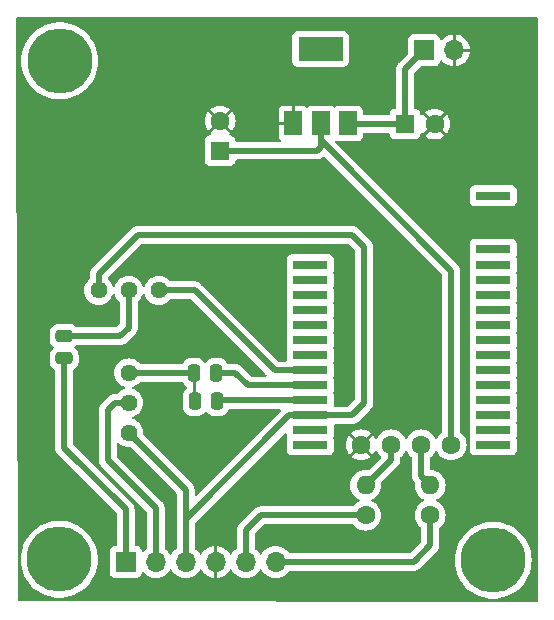
<source format=gbr>
%TF.GenerationSoftware,KiCad,Pcbnew,7.0.7*%
%TF.CreationDate,2024-03-21T17:46:42+00:00*%
%TF.ProjectId,BT401_Digimodes,42543430-315f-4446-9967-696d6f646573,rev?*%
%TF.SameCoordinates,Original*%
%TF.FileFunction,Copper,L1,Top*%
%TF.FilePolarity,Positive*%
%FSLAX46Y46*%
G04 Gerber Fmt 4.6, Leading zero omitted, Abs format (unit mm)*
G04 Created by KiCad (PCBNEW 7.0.7) date 2024-03-21 17:46:42*
%MOMM*%
%LPD*%
G01*
G04 APERTURE LIST*
G04 Aperture macros list*
%AMRoundRect*
0 Rectangle with rounded corners*
0 $1 Rounding radius*
0 $2 $3 $4 $5 $6 $7 $8 $9 X,Y pos of 4 corners*
0 Add a 4 corners polygon primitive as box body*
4,1,4,$2,$3,$4,$5,$6,$7,$8,$9,$2,$3,0*
0 Add four circle primitives for the rounded corners*
1,1,$1+$1,$2,$3*
1,1,$1+$1,$4,$5*
1,1,$1+$1,$6,$7*
1,1,$1+$1,$8,$9*
0 Add four rect primitives between the rounded corners*
20,1,$1+$1,$2,$3,$4,$5,0*
20,1,$1+$1,$4,$5,$6,$7,0*
20,1,$1+$1,$6,$7,$8,$9,0*
20,1,$1+$1,$8,$9,$2,$3,0*%
G04 Aperture macros list end*
%TA.AperFunction,ComponentPad*%
%ADD10C,5.500000*%
%TD*%
%TA.AperFunction,SMDPad,CuDef*%
%ADD11RoundRect,0.250000X0.250000X0.475000X-0.250000X0.475000X-0.250000X-0.475000X0.250000X-0.475000X0*%
%TD*%
%TA.AperFunction,ComponentPad*%
%ADD12R,1.600000X1.600000*%
%TD*%
%TA.AperFunction,ComponentPad*%
%ADD13C,1.600000*%
%TD*%
%TA.AperFunction,ComponentPad*%
%ADD14R,1.700000X1.700000*%
%TD*%
%TA.AperFunction,ComponentPad*%
%ADD15O,1.700000X1.700000*%
%TD*%
%TA.AperFunction,SMDPad,CuDef*%
%ADD16RoundRect,0.250000X0.475000X-0.250000X0.475000X0.250000X-0.475000X0.250000X-0.475000X-0.250000X0*%
%TD*%
%TA.AperFunction,ComponentPad*%
%ADD17C,1.440000*%
%TD*%
%TA.AperFunction,SMDPad,CuDef*%
%ADD18R,1.500000X2.000000*%
%TD*%
%TA.AperFunction,SMDPad,CuDef*%
%ADD19R,3.800000X2.000000*%
%TD*%
%TA.AperFunction,ComponentPad*%
%ADD20O,1.600000X1.600000*%
%TD*%
%TA.AperFunction,SMDPad,CuDef*%
%ADD21R,3.000000X0.800000*%
%TD*%
%TA.AperFunction,ViaPad*%
%ADD22C,0.800000*%
%TD*%
%TA.AperFunction,Conductor*%
%ADD23C,0.500000*%
%TD*%
%TA.AperFunction,Conductor*%
%ADD24C,0.250000*%
%TD*%
G04 APERTURE END LIST*
D10*
%TO.P,,3*%
%TO.N,N/C*%
X130657600Y-97840800D03*
%TD*%
D11*
%TO.P,C2,1*%
%TO.N,Net-(BT1-DACR)*%
X143952000Y-82042000D03*
%TO.P,C2,2*%
%TO.N,Net-(C2-Pad2)*%
X142052000Y-82042000D03*
%TD*%
D12*
%TO.P,C5,1*%
%TO.N,+5V*%
X144272000Y-63231000D03*
D13*
%TO.P,C5,2*%
%TO.N,GND*%
X144272000Y-60731000D03*
%TD*%
D10*
%TO.P,REF\u002A\u002A,2*%
%TO.N,N/C*%
X167386000Y-97917000D03*
%TD*%
D14*
%TO.P,J1,1,Pin_1*%
%TO.N,TRX Data Out*%
X136271000Y-98044000D03*
D15*
%TO.P,J1,2,Pin_2*%
%TO.N,TRX Data In*%
X138811000Y-98044000D03*
%TO.P,J1,3,Pin_3*%
%TO.N,TRX Data Gnd*%
X141351000Y-98044000D03*
%TO.P,J1,4,Pin_4*%
%TO.N,GND*%
X143891000Y-98044000D03*
%TO.P,J1,5,Pin_5*%
%TO.N,TRX CAT RX*%
X146431000Y-98044000D03*
%TO.P,J1,6,Pin_6*%
%TO.N,TRX CAT TX*%
X148971000Y-98044000D03*
%TD*%
D11*
%TO.P,C3,1*%
%TO.N,Net-(BT1-DACL)*%
X144018000Y-84455000D03*
%TO.P,C3,2*%
%TO.N,Net-(C2-Pad2)*%
X142118000Y-84455000D03*
%TD*%
D16*
%TO.P,C1,1*%
%TO.N,TRX Data Out*%
X131064000Y-80833000D03*
%TO.P,C1,2*%
%TO.N,Net-(C1-Pad2)*%
X131064000Y-78933000D03*
%TD*%
D17*
%TO.P,RV1,1,1*%
%TO.N,Net-(BT1-PA0)*%
X139065000Y-75057000D03*
%TO.P,RV1,2,2*%
%TO.N,Net-(C1-Pad2)*%
X136525000Y-75057000D03*
%TO.P,RV1,3,3*%
%TO.N,TRX Data Gnd*%
X133985000Y-75057000D03*
%TD*%
D18*
%TO.P,U1,1,GND*%
%TO.N,GND*%
X150481000Y-60935000D03*
%TO.P,U1,2,VO*%
%TO.N,+5V*%
X152781000Y-60935000D03*
D19*
X152781000Y-54635000D03*
D18*
%TO.P,U1,3,VI*%
%TO.N,+12V*%
X155081000Y-60935000D03*
%TD*%
D14*
%TO.P,J2,1,Pin_1*%
%TO.N,+12V*%
X161544000Y-54737000D03*
D15*
%TO.P,J2,2,Pin_2*%
%TO.N,GND*%
X164084000Y-54737000D03*
%TD*%
D17*
%TO.P,RV2,1,1*%
%TO.N,Net-(C2-Pad2)*%
X136525000Y-82042000D03*
%TO.P,RV2,2,2*%
%TO.N,TRX Data In*%
X136525000Y-84582000D03*
%TO.P,RV2,3,3*%
%TO.N,TRX Data Gnd*%
X136525000Y-87122000D03*
%TD*%
D13*
%TO.P,L1,1*%
%TO.N,TRX CAT RX*%
X156591000Y-94107000D03*
D20*
%TO.P,L1,2*%
%TO.N,Net-(BT1-TX)*%
X156591000Y-91567000D03*
%TD*%
D12*
%TO.P,C4,1*%
%TO.N,+12V*%
X159933000Y-60985000D03*
D13*
%TO.P,C4,2*%
%TO.N,GND*%
X162433000Y-60985000D03*
%TD*%
%TO.P,L2,1*%
%TO.N,TRX CAT TX*%
X162052000Y-94107000D03*
D20*
%TO.P,L2,2*%
%TO.N,Net-(BT1-RX)*%
X162052000Y-91567000D03*
%TD*%
D21*
%TO.P,BT1,1,PA3*%
%TO.N,unconnected-(BT1-PA3-Pad1)*%
X151892000Y-72898000D03*
%TO.P,BT1,2,PA4*%
%TO.N,unconnected-(BT1-PA4-Pad2)*%
X151892000Y-74168000D03*
%TO.P,BT1,3,PA5*%
%TO.N,unconnected-(BT1-PA5-Pad3)*%
X151892000Y-75438000D03*
%TO.P,BT1,4,DM*%
%TO.N,unconnected-(BT1-DM-Pad4)*%
X151892000Y-76708000D03*
%TO.P,BT1,5,DP*%
%TO.N,unconnected-(BT1-DP-Pad5)*%
X151892000Y-77978000D03*
%TO.P,BT1,6,3v3*%
%TO.N,unconnected-(BT1-3v3-Pad6)*%
X151892000Y-79248000D03*
%TO.P,BT1,7,DVDD*%
%TO.N,unconnected-(BT1-DVDD-Pad7)*%
X151892000Y-80518000D03*
%TO.P,BT1,8,PA0*%
%TO.N,Net-(BT1-PA0)*%
X151892000Y-81788000D03*
%TO.P,BT1,9,DACR*%
%TO.N,Net-(BT1-DACR)*%
X151892000Y-83058000D03*
%TO.P,BT1,10,DACL*%
%TO.N,Net-(BT1-DACL)*%
X151892000Y-84328000D03*
%TO.P,BT1,11,SGND*%
%TO.N,TRX Data Gnd*%
X151892000Y-85598000D03*
%TO.P,BT1,12,GND*%
%TO.N,unconnected-(BT1-GND-Pad12)*%
X151892000Y-86868000D03*
%TO.P,BT1,13,5.0V*%
%TO.N,unconnected-(BT1-5.0V-Pad13)*%
X151892000Y-88138000D03*
%TO.P,BT1,14,PC1*%
%TO.N,unconnected-(BT1-PC1-Pad14)*%
X167392000Y-88138000D03*
%TO.P,BT1,15,PC3*%
%TO.N,unconnected-(BT1-PC3-Pad15)*%
X167392000Y-86868000D03*
%TO.P,BT1,16,PC4*%
%TO.N,unconnected-(BT1-PC4-Pad16)*%
X167392000Y-85598000D03*
%TO.P,BT1,17,PC5*%
%TO.N,unconnected-(BT1-PC5-Pad17)*%
X167392000Y-84328000D03*
%TO.P,BT1,18,PR2*%
%TO.N,unconnected-(BT1-PR2-Pad18)*%
X167392000Y-83058000D03*
%TO.P,BT1,19,PR1*%
%TO.N,unconnected-(BT1-PR1-Pad19)*%
X167392000Y-81788000D03*
%TO.P,BT1,20,PB6*%
%TO.N,unconnected-(BT1-PB6-Pad20)*%
X167392000Y-80518000D03*
%TO.P,BT1,21,PB5*%
%TO.N,unconnected-(BT1-PB5-Pad21)*%
X167392000Y-79248000D03*
%TO.P,BT1,22,PB4*%
%TO.N,unconnected-(BT1-PB4-Pad22)*%
X167392000Y-77978000D03*
%TO.P,BT1,23,PB3*%
%TO.N,unconnected-(BT1-PB3-Pad23)*%
X167392000Y-76708000D03*
%TO.P,BT1,24,PB2*%
%TO.N,unconnected-(BT1-PB2-Pad24)*%
X167392000Y-75438000D03*
%TO.P,BT1,25,PB1*%
%TO.N,unconnected-(BT1-PB1-Pad25)*%
X167392000Y-74168000D03*
%TO.P,BT1,26,PB0*%
%TO.N,unconnected-(BT1-PB0-Pad26)*%
X167392000Y-72898000D03*
%TO.P,BT1,27,BTANT-*%
%TO.N,unconnected-(BT1-BTANT--Pad27)*%
X167386000Y-71574000D03*
%TO.P,BT1,28,BTANT+*%
%TO.N,unconnected-(BT1-BTANT+-Pad28)*%
X167386000Y-67056000D03*
D13*
%TO.P,BT1,29,GND*%
%TO.N,GND*%
X156210000Y-88138000D03*
%TO.P,BT1,30,TX*%
%TO.N,Net-(BT1-TX)*%
X158750000Y-88138000D03*
%TO.P,BT1,31,RX*%
%TO.N,Net-(BT1-RX)*%
X161290000Y-88138000D03*
%TO.P,BT1,32,5.0V*%
%TO.N,+5V*%
X163830000Y-88138000D03*
%TD*%
D10*
%TO.P,REF\u002A\u002A,1*%
%TO.N,N/C*%
X130683000Y-55626000D03*
%TD*%
D22*
%TO.N,GND*%
X146177000Y-73787000D03*
X155067000Y-76962000D03*
X137160000Y-89916000D03*
X159893000Y-93091000D03*
X142621000Y-89154000D03*
X139573000Y-79248000D03*
%TD*%
D23*
%TO.N,Net-(BT1-PA0)*%
X148898000Y-81842000D02*
X142113000Y-75057000D01*
X151892000Y-81842000D02*
X148898000Y-81842000D01*
X142113000Y-75057000D02*
X139065000Y-75057000D01*
%TO.N,Net-(BT1-DACR)*%
X145542000Y-82042000D02*
X143952000Y-82042000D01*
X151892000Y-83112000D02*
X146612000Y-83112000D01*
X146612000Y-83112000D02*
X145542000Y-82042000D01*
%TO.N,Net-(BT1-DACL)*%
X144091000Y-84382000D02*
X151892000Y-84382000D01*
D24*
X144018000Y-84455000D02*
X144091000Y-84382000D01*
D23*
%TO.N,TRX Data Gnd*%
X137287000Y-70358000D02*
X133985000Y-73660000D01*
X156464000Y-71374000D02*
X155448000Y-70358000D01*
X150142000Y-85652000D02*
X155394000Y-85652000D01*
X136525000Y-87122000D02*
X141351000Y-91948000D01*
X155394000Y-85652000D02*
X156464000Y-84582000D01*
X141351000Y-98044000D02*
X141351000Y-94443000D01*
X156464000Y-84582000D02*
X156464000Y-71374000D01*
X155448000Y-70358000D02*
X137287000Y-70358000D01*
X133985000Y-73660000D02*
X133985000Y-75057000D01*
X141351000Y-94443000D02*
X150142000Y-85652000D01*
X141351000Y-91948000D02*
X141351000Y-94443000D01*
%TO.N,Net-(BT1-TX)*%
X156591000Y-91567000D02*
X158750000Y-89408000D01*
X158750000Y-89408000D02*
X158750000Y-88192000D01*
%TO.N,Net-(BT1-RX)*%
X162052000Y-91567000D02*
X161290000Y-90805000D01*
X161290000Y-90805000D02*
X161290000Y-88192000D01*
%TO.N,+5V*%
X163830000Y-88192000D02*
X163830000Y-73406000D01*
X163830000Y-73406000D02*
X152781000Y-62357000D01*
X144272000Y-63231000D02*
X152440000Y-63231000D01*
X152440000Y-63231000D02*
X152781000Y-62890000D01*
X152781000Y-62357000D02*
X152781000Y-60935000D01*
X152781000Y-60935000D02*
X152781000Y-62890000D01*
%TO.N,TRX Data Out*%
X136271000Y-98044000D02*
X136271000Y-93599000D01*
X131064000Y-88392000D02*
X131064000Y-80833000D01*
X136271000Y-93599000D02*
X131064000Y-88392000D01*
%TO.N,Net-(C1-Pad2)*%
X136525000Y-78232000D02*
X136525000Y-75057000D01*
X131064000Y-78933000D02*
X135824000Y-78933000D01*
X135824000Y-78933000D02*
X136525000Y-78232000D01*
%TO.N,Net-(C2-Pad2)*%
X136525000Y-82042000D02*
X142052000Y-82042000D01*
D24*
X142052000Y-82042000D02*
X142052000Y-84389000D01*
X142052000Y-84389000D02*
X142118000Y-84455000D01*
D23*
%TO.N,+12V*%
X159933000Y-60985000D02*
X159933000Y-56348000D01*
X159933000Y-56348000D02*
X161544000Y-54737000D01*
X159933000Y-60985000D02*
X155131000Y-60985000D01*
X155131000Y-60985000D02*
X155081000Y-60935000D01*
%TO.N,TRX Data In*%
X138811000Y-93481305D02*
X138811000Y-98044000D01*
X135382000Y-84582000D02*
X134747000Y-85217000D01*
X134747000Y-89417305D02*
X138811000Y-93481305D01*
X134747000Y-85217000D02*
X134747000Y-89417305D01*
X136525000Y-84582000D02*
X135382000Y-84582000D01*
%TO.N,TRX CAT RX*%
X146431000Y-95377000D02*
X147701000Y-94107000D01*
X146431000Y-98044000D02*
X146431000Y-95377000D01*
X147701000Y-94107000D02*
X156591000Y-94107000D01*
%TO.N,TRX CAT TX*%
X160655000Y-98044000D02*
X162052000Y-96647000D01*
X162052000Y-96647000D02*
X162052000Y-94107000D01*
X148971000Y-98044000D02*
X160655000Y-98044000D01*
%TD*%
%TA.AperFunction,Conductor*%
%TO.N,GND*%
G36*
X160087518Y-88653572D02*
G01*
X160109724Y-88684137D01*
X160159426Y-88790723D01*
X160159434Y-88790737D01*
X160289946Y-88977130D01*
X160289947Y-88977132D01*
X160289950Y-88977135D01*
X160289953Y-88977139D01*
X160450861Y-89138047D01*
X160497284Y-89170552D01*
X160534106Y-89219416D01*
X160539500Y-89251648D01*
X160539500Y-90743115D01*
X160538455Y-90757461D01*
X160534711Y-90783023D01*
X160539312Y-90835624D01*
X160539500Y-90839923D01*
X160539500Y-90848707D01*
X160543306Y-90881275D01*
X160550000Y-90957796D01*
X160550299Y-90958697D01*
X160554649Y-90978316D01*
X160554758Y-90979253D01*
X160581025Y-91051423D01*
X160605186Y-91124335D01*
X160605682Y-91125139D01*
X160614437Y-91143222D01*
X160614763Y-91144117D01*
X160656965Y-91208283D01*
X160697288Y-91273656D01*
X160697293Y-91273661D01*
X160697957Y-91274326D01*
X160710654Y-91289913D01*
X160711167Y-91290694D01*
X160711170Y-91290696D01*
X160731302Y-91309690D01*
X160760654Y-91363375D01*
X160761988Y-91390328D01*
X160746532Y-91566996D01*
X160746532Y-91567003D01*
X160766363Y-91793684D01*
X160825262Y-92013500D01*
X160921426Y-92219723D01*
X160921434Y-92219737D01*
X161051946Y-92406130D01*
X161051947Y-92406132D01*
X161051950Y-92406135D01*
X161051953Y-92406139D01*
X161212861Y-92567047D01*
X161212864Y-92567049D01*
X161212867Y-92567052D01*
X161212869Y-92567053D01*
X161304385Y-92631132D01*
X161399266Y-92697568D01*
X161399267Y-92697568D01*
X161399271Y-92697571D01*
X161505863Y-92747276D01*
X161550611Y-92789004D01*
X161562285Y-92849065D01*
X161536427Y-92904518D01*
X161505863Y-92926724D01*
X161399271Y-92976428D01*
X161399262Y-92976434D01*
X161212869Y-93106946D01*
X161212867Y-93106947D01*
X161051947Y-93267867D01*
X161051946Y-93267869D01*
X160921434Y-93454262D01*
X160921426Y-93454276D01*
X160825262Y-93660499D01*
X160766363Y-93880315D01*
X160746532Y-94106996D01*
X160746532Y-94107003D01*
X160766363Y-94333684D01*
X160766364Y-94333691D01*
X160766365Y-94333692D01*
X160775109Y-94366324D01*
X160825262Y-94553500D01*
X160921426Y-94759723D01*
X160921434Y-94759737D01*
X161051946Y-94946130D01*
X161051947Y-94946132D01*
X161051950Y-94946135D01*
X161051953Y-94946139D01*
X161212861Y-95107047D01*
X161259284Y-95139552D01*
X161296106Y-95188416D01*
X161301500Y-95220648D01*
X161301500Y-96295123D01*
X161282593Y-96353314D01*
X161272504Y-96365127D01*
X160373128Y-97264504D01*
X160318611Y-97292281D01*
X160303124Y-97293500D01*
X150145686Y-97293500D01*
X150087495Y-97274593D01*
X150064591Y-97251285D01*
X150009495Y-97172599D01*
X149842401Y-97005505D01*
X149842397Y-97005502D01*
X149842396Y-97005501D01*
X149699489Y-96905437D01*
X149648830Y-96869965D01*
X149434663Y-96770097D01*
X149206408Y-96708937D01*
X149206407Y-96708936D01*
X149206400Y-96708935D01*
X148971004Y-96688341D01*
X148970996Y-96688341D01*
X148735599Y-96708935D01*
X148507332Y-96770098D01*
X148293181Y-96869959D01*
X148293173Y-96869963D01*
X148099603Y-97005501D01*
X147932501Y-97172603D01*
X147796963Y-97366173D01*
X147790724Y-97379554D01*
X147748995Y-97424301D01*
X147688933Y-97435975D01*
X147633481Y-97410116D01*
X147611276Y-97379554D01*
X147605036Y-97366173D01*
X147469498Y-97172603D01*
X147469497Y-97172602D01*
X147469495Y-97172599D01*
X147302401Y-97005505D01*
X147225517Y-96951670D01*
X147223715Y-96950408D01*
X147186893Y-96901543D01*
X147181500Y-96869312D01*
X147181500Y-95728875D01*
X147200407Y-95670684D01*
X147210496Y-95658871D01*
X147982871Y-94886496D01*
X148037388Y-94858719D01*
X148052875Y-94857500D01*
X155477352Y-94857500D01*
X155535543Y-94876407D01*
X155558446Y-94899714D01*
X155590953Y-94946139D01*
X155751861Y-95107047D01*
X155751864Y-95107049D01*
X155751867Y-95107052D01*
X155751869Y-95107053D01*
X155797956Y-95139323D01*
X155938266Y-95237568D01*
X155938272Y-95237571D01*
X155938276Y-95237573D01*
X156144500Y-95333737D01*
X156144504Y-95333739D01*
X156364308Y-95392635D01*
X156364312Y-95392635D01*
X156364315Y-95392636D01*
X156590997Y-95412468D01*
X156591000Y-95412468D01*
X156591003Y-95412468D01*
X156817684Y-95392636D01*
X156817685Y-95392635D01*
X156817692Y-95392635D01*
X157037496Y-95333739D01*
X157243734Y-95237568D01*
X157430139Y-95107047D01*
X157591047Y-94946139D01*
X157721568Y-94759734D01*
X157817739Y-94553496D01*
X157876635Y-94333692D01*
X157896468Y-94107000D01*
X157881454Y-93935388D01*
X157876636Y-93880315D01*
X157876635Y-93880312D01*
X157876635Y-93880308D01*
X157817739Y-93660504D01*
X157799306Y-93620974D01*
X157721573Y-93454276D01*
X157721571Y-93454272D01*
X157721568Y-93454266D01*
X157660465Y-93367001D01*
X157591053Y-93267869D01*
X157591052Y-93267867D01*
X157591048Y-93267863D01*
X157591047Y-93267861D01*
X157430139Y-93106953D01*
X157430135Y-93106950D01*
X157430132Y-93106947D01*
X157430130Y-93106946D01*
X157243737Y-92976434D01*
X157243736Y-92976433D01*
X157243734Y-92976432D01*
X157243731Y-92976430D01*
X157243723Y-92976426D01*
X157137137Y-92926724D01*
X157092389Y-92884996D01*
X157080714Y-92824935D01*
X157106572Y-92769482D01*
X157137137Y-92747276D01*
X157243723Y-92697573D01*
X157243721Y-92697573D01*
X157243734Y-92697568D01*
X157430139Y-92567047D01*
X157591047Y-92406139D01*
X157721568Y-92219734D01*
X157817739Y-92013496D01*
X157876635Y-91793692D01*
X157878381Y-91773743D01*
X157896468Y-91567002D01*
X157896468Y-91566999D01*
X157888741Y-91478684D01*
X157880853Y-91388525D01*
X157894616Y-91328910D01*
X157909468Y-91309898D01*
X159236937Y-89982429D01*
X159247816Y-89973030D01*
X159268530Y-89957610D01*
X159302464Y-89917167D01*
X159305364Y-89914002D01*
X159311591Y-89907777D01*
X159322663Y-89893774D01*
X159331940Y-89882040D01*
X159381302Y-89823214D01*
X159381716Y-89822389D01*
X159392537Y-89805401D01*
X159393111Y-89804677D01*
X159425575Y-89735057D01*
X159460040Y-89666433D01*
X159460251Y-89665543D01*
X159466866Y-89646510D01*
X159467257Y-89645673D01*
X159482788Y-89570449D01*
X159482871Y-89570101D01*
X159500500Y-89495721D01*
X159500500Y-89494786D01*
X159502546Y-89474765D01*
X159502733Y-89473857D01*
X159500500Y-89397102D01*
X159500500Y-89251648D01*
X159519407Y-89193457D01*
X159542714Y-89170553D01*
X159589139Y-89138047D01*
X159750047Y-88977139D01*
X159880568Y-88790734D01*
X159908369Y-88731115D01*
X159930276Y-88684137D01*
X159972004Y-88639389D01*
X160032065Y-88627714D01*
X160087518Y-88653572D01*
G37*
%TD.AperFunction*%
%TA.AperFunction,Conductor*%
G36*
X135666501Y-87989549D02*
G01*
X135737481Y-88060529D01*
X135912419Y-88183021D01*
X135912420Y-88183021D01*
X135912421Y-88183022D01*
X135912429Y-88183026D01*
X136105966Y-88273274D01*
X136105970Y-88273276D01*
X136312253Y-88328549D01*
X136312257Y-88328549D01*
X136312260Y-88328550D01*
X136524997Y-88347162D01*
X136525000Y-88347162D01*
X136525001Y-88347162D01*
X136533227Y-88346442D01*
X136629627Y-88338007D01*
X136689241Y-88351770D01*
X136708258Y-88366626D01*
X140571504Y-92229871D01*
X140599281Y-92284388D01*
X140600500Y-92299875D01*
X140600500Y-94356209D01*
X140598455Y-94376226D01*
X140598265Y-94377142D01*
X140600500Y-94453916D01*
X140600500Y-96869312D01*
X140581593Y-96927503D01*
X140558285Y-96950408D01*
X140479601Y-97005503D01*
X140312501Y-97172603D01*
X140176963Y-97366173D01*
X140176961Y-97366176D01*
X140170721Y-97379558D01*
X140128990Y-97424303D01*
X140068928Y-97435974D01*
X140013477Y-97410113D01*
X139991273Y-97379549D01*
X139985153Y-97366424D01*
X139985035Y-97366171D01*
X139860164Y-97187836D01*
X139849498Y-97172603D01*
X139849497Y-97172602D01*
X139849495Y-97172599D01*
X139682401Y-97005505D01*
X139605517Y-96951670D01*
X139603715Y-96950408D01*
X139566893Y-96901543D01*
X139561500Y-96869312D01*
X139561500Y-93543189D01*
X139562545Y-93528842D01*
X139563532Y-93522101D01*
X139566289Y-93503282D01*
X139561687Y-93450681D01*
X139561500Y-93446380D01*
X139561500Y-93437603D01*
X139561500Y-93437596D01*
X139557693Y-93405029D01*
X139550999Y-93328508D01*
X139550704Y-93327620D01*
X139546349Y-93307977D01*
X139546241Y-93307050D01*
X139519974Y-93234881D01*
X139495814Y-93161971D01*
X139495327Y-93161181D01*
X139486554Y-93143059D01*
X139486237Y-93142188D01*
X139444028Y-93078013D01*
X139403712Y-93012650D01*
X139403045Y-93011983D01*
X139390335Y-92996377D01*
X139389830Y-92995609D01*
X139389829Y-92995608D01*
X139333964Y-92942902D01*
X135526496Y-89135433D01*
X135498719Y-89080916D01*
X135497500Y-89065429D01*
X135497500Y-88059555D01*
X135516407Y-88001364D01*
X135565907Y-87965400D01*
X135627093Y-87965400D01*
X135666501Y-87989549D01*
G37*
%TD.AperFunction*%
%TA.AperFunction,Conductor*%
G36*
X137848919Y-75332422D02*
G01*
X137887424Y-75379972D01*
X137890623Y-75389817D01*
X137911273Y-75466882D01*
X137913725Y-75476034D01*
X138003973Y-75669570D01*
X138003977Y-75669578D01*
X138125002Y-75842422D01*
X138126471Y-75844519D01*
X138277481Y-75995529D01*
X138277484Y-75995531D01*
X138277485Y-75995532D01*
X138280473Y-75997624D01*
X138452419Y-76118021D01*
X138452420Y-76118021D01*
X138452421Y-76118022D01*
X138452429Y-76118026D01*
X138645966Y-76208274D01*
X138645970Y-76208276D01*
X138852253Y-76263549D01*
X138852257Y-76263549D01*
X138852260Y-76263550D01*
X139064997Y-76282162D01*
X139065000Y-76282162D01*
X139065003Y-76282162D01*
X139277739Y-76263550D01*
X139277740Y-76263549D01*
X139277747Y-76263549D01*
X139484030Y-76208276D01*
X139677581Y-76118021D01*
X139852519Y-75995529D01*
X140003529Y-75844519D01*
X140003535Y-75844511D01*
X140004918Y-75842864D01*
X140005624Y-75842422D01*
X140006585Y-75841462D01*
X140006806Y-75841683D01*
X140056806Y-75810441D01*
X140080756Y-75807500D01*
X141761124Y-75807500D01*
X141819315Y-75826407D01*
X141831128Y-75836496D01*
X148187128Y-82192496D01*
X148214905Y-82247013D01*
X148205334Y-82307445D01*
X148162069Y-82350710D01*
X148117124Y-82361500D01*
X146963875Y-82361500D01*
X146905684Y-82342593D01*
X146893871Y-82332504D01*
X146116437Y-81555069D01*
X146107031Y-81544183D01*
X146091614Y-81523474D01*
X146091609Y-81523469D01*
X146082733Y-81516021D01*
X146051176Y-81489542D01*
X146047999Y-81486630D01*
X146041774Y-81480406D01*
X146016041Y-81460059D01*
X145957215Y-81410698D01*
X145957206Y-81410692D01*
X145956365Y-81410270D01*
X145939417Y-81399473D01*
X145938682Y-81398892D01*
X145938670Y-81398885D01*
X145869057Y-81366424D01*
X145800434Y-81331960D01*
X145800426Y-81331958D01*
X145799523Y-81331744D01*
X145780525Y-81325140D01*
X145779677Y-81324744D01*
X145779670Y-81324742D01*
X145704435Y-81309207D01*
X145679529Y-81303304D01*
X145629721Y-81291500D01*
X145629719Y-81291500D01*
X145628791Y-81291500D01*
X145608771Y-81289455D01*
X145607854Y-81289265D01*
X145531083Y-81291500D01*
X144969105Y-81291500D01*
X144910914Y-81272593D01*
X144884844Y-81244472D01*
X144794714Y-81098347D01*
X144794713Y-81098346D01*
X144794712Y-81098344D01*
X144670656Y-80974288D01*
X144670653Y-80974286D01*
X144670652Y-80974285D01*
X144521336Y-80882187D01*
X144521335Y-80882186D01*
X144521334Y-80882186D01*
X144354797Y-80827001D01*
X144354794Y-80827000D01*
X144252016Y-80816500D01*
X143651983Y-80816500D01*
X143549211Y-80826999D01*
X143549199Y-80827002D01*
X143382663Y-80882187D01*
X143233347Y-80974285D01*
X143109287Y-81098345D01*
X143086261Y-81135677D01*
X143039619Y-81175278D01*
X142978609Y-81179901D01*
X142926533Y-81147780D01*
X142917739Y-81135677D01*
X142907084Y-81118403D01*
X142894712Y-81098344D01*
X142770656Y-80974288D01*
X142770653Y-80974286D01*
X142770652Y-80974285D01*
X142621336Y-80882187D01*
X142621335Y-80882186D01*
X142621334Y-80882186D01*
X142454797Y-80827001D01*
X142454794Y-80827000D01*
X142352016Y-80816500D01*
X141751983Y-80816500D01*
X141649211Y-80826999D01*
X141649199Y-80827002D01*
X141482663Y-80882187D01*
X141333347Y-80974285D01*
X141209285Y-81098347D01*
X141119156Y-81244472D01*
X141072515Y-81284074D01*
X141034895Y-81291500D01*
X137540756Y-81291500D01*
X137482565Y-81272593D01*
X137464918Y-81256136D01*
X137463535Y-81254488D01*
X137463531Y-81254484D01*
X137463529Y-81254481D01*
X137312519Y-81103471D01*
X137312515Y-81103468D01*
X137312514Y-81103467D01*
X137137578Y-80980977D01*
X137137570Y-80980973D01*
X136944033Y-80890725D01*
X136944034Y-80890725D01*
X136875269Y-80872299D01*
X136737747Y-80835451D01*
X136737746Y-80835450D01*
X136737739Y-80835449D01*
X136525003Y-80816838D01*
X136524997Y-80816838D01*
X136312260Y-80835449D01*
X136105965Y-80890725D01*
X135912429Y-80980973D01*
X135912421Y-80980977D01*
X135737485Y-81103467D01*
X135586467Y-81254485D01*
X135463977Y-81429421D01*
X135463973Y-81429429D01*
X135373725Y-81622965D01*
X135318449Y-81829260D01*
X135299838Y-82041996D01*
X135299838Y-82042003D01*
X135318449Y-82254739D01*
X135318450Y-82254746D01*
X135318451Y-82254747D01*
X135329366Y-82295483D01*
X135373725Y-82461034D01*
X135463973Y-82654570D01*
X135463977Y-82654578D01*
X135585002Y-82827422D01*
X135586471Y-82829519D01*
X135737481Y-82980529D01*
X135912419Y-83103021D01*
X135912420Y-83103021D01*
X135912421Y-83103022D01*
X135912429Y-83103026D01*
X136000049Y-83143884D01*
X136087349Y-83184593D01*
X136105966Y-83193274D01*
X136105970Y-83193276D01*
X136192171Y-83216373D01*
X136243485Y-83249697D01*
X136265412Y-83306819D01*
X136249576Y-83365919D01*
X136202027Y-83404424D01*
X136192176Y-83407625D01*
X136121122Y-83426664D01*
X136105966Y-83430725D01*
X135912429Y-83520973D01*
X135912421Y-83520977D01*
X135737485Y-83643467D01*
X135586464Y-83794488D01*
X135585082Y-83796136D01*
X135584375Y-83796577D01*
X135583415Y-83797538D01*
X135583193Y-83797316D01*
X135533194Y-83828559D01*
X135509244Y-83831500D01*
X135443884Y-83831500D01*
X135429537Y-83830455D01*
X135428670Y-83830328D01*
X135403977Y-83826711D01*
X135403975Y-83826711D01*
X135403974Y-83826711D01*
X135403973Y-83826711D01*
X135387860Y-83828120D01*
X135351375Y-83831312D01*
X135347077Y-83831500D01*
X135338291Y-83831500D01*
X135305724Y-83835306D01*
X135229209Y-83842000D01*
X135229204Y-83842000D01*
X135229203Y-83842001D01*
X135229201Y-83842001D01*
X135229199Y-83842002D01*
X135228300Y-83842300D01*
X135208681Y-83846649D01*
X135207748Y-83846758D01*
X135207743Y-83846759D01*
X135135576Y-83873025D01*
X135062667Y-83897185D01*
X135062656Y-83897190D01*
X135061853Y-83897686D01*
X135043782Y-83906435D01*
X135042887Y-83906760D01*
X135042885Y-83906761D01*
X134978708Y-83948971D01*
X134913345Y-83989287D01*
X134913333Y-83989297D01*
X134912670Y-83989961D01*
X134897101Y-84002644D01*
X134896310Y-84003164D01*
X134896305Y-84003168D01*
X134843598Y-84059033D01*
X134260068Y-84642561D01*
X134249188Y-84651964D01*
X134228471Y-84667388D01*
X134228469Y-84667390D01*
X134194537Y-84707826D01*
X134191628Y-84711002D01*
X134185414Y-84717218D01*
X134185405Y-84717227D01*
X134165059Y-84742959D01*
X134115698Y-84801785D01*
X134115697Y-84801787D01*
X134115269Y-84802640D01*
X134104481Y-84819574D01*
X134103888Y-84820323D01*
X134071424Y-84889942D01*
X134036960Y-84958565D01*
X134036959Y-84958567D01*
X134036744Y-84959478D01*
X134030143Y-84978469D01*
X134029744Y-84979323D01*
X134029740Y-84979335D01*
X134014207Y-85054565D01*
X133996500Y-85129276D01*
X133996500Y-85130222D01*
X133994458Y-85150212D01*
X133994266Y-85151141D01*
X133994265Y-85151146D01*
X133996500Y-85227916D01*
X133996500Y-89355420D01*
X133995455Y-89369766D01*
X133991711Y-89395328D01*
X133996312Y-89447929D01*
X133996500Y-89452228D01*
X133996500Y-89461012D01*
X134000306Y-89493580D01*
X134007000Y-89570101D01*
X134007299Y-89571002D01*
X134011649Y-89590621D01*
X134011758Y-89591558D01*
X134038025Y-89663728D01*
X134062186Y-89736640D01*
X134062682Y-89737444D01*
X134071437Y-89755527D01*
X134071763Y-89756422D01*
X134113965Y-89820588D01*
X134154288Y-89885961D01*
X134154293Y-89885966D01*
X134154957Y-89886631D01*
X134167654Y-89902218D01*
X134168167Y-89902998D01*
X134168169Y-89903000D01*
X134168170Y-89903001D01*
X134224017Y-89955690D01*
X138031505Y-93763178D01*
X138059281Y-93817693D01*
X138060500Y-93833180D01*
X138060500Y-96869312D01*
X138041593Y-96927503D01*
X138018285Y-96950408D01*
X137939598Y-97005505D01*
X137785044Y-97160059D01*
X137730528Y-97187836D01*
X137670096Y-97178265D01*
X137626831Y-97135000D01*
X137616608Y-97100633D01*
X137615091Y-97086522D01*
X137615091Y-97086517D01*
X137615089Y-97086511D01*
X137564797Y-96951670D01*
X137478549Y-96836458D01*
X137478548Y-96836457D01*
X137478546Y-96836454D01*
X137478541Y-96836450D01*
X137363329Y-96750202D01*
X137228488Y-96699910D01*
X137228483Y-96699909D01*
X137228481Y-96699908D01*
X137228477Y-96699908D01*
X137197249Y-96696550D01*
X137168873Y-96693500D01*
X137168870Y-96693500D01*
X137120500Y-96693500D01*
X137062309Y-96674593D01*
X137026345Y-96625093D01*
X137021500Y-96594500D01*
X137021500Y-93660884D01*
X137022545Y-93646537D01*
X137022584Y-93646266D01*
X137026289Y-93620977D01*
X137021687Y-93568376D01*
X137021500Y-93564075D01*
X137021500Y-93555298D01*
X137021500Y-93555291D01*
X137017693Y-93522724D01*
X137010999Y-93446203D01*
X137010704Y-93445315D01*
X137006349Y-93425672D01*
X137006241Y-93424745D01*
X136979974Y-93352576D01*
X136955814Y-93279666D01*
X136955324Y-93278871D01*
X136946557Y-93260763D01*
X136946237Y-93259883D01*
X136946235Y-93259881D01*
X136946235Y-93259879D01*
X136904034Y-93195716D01*
X136883220Y-93161972D01*
X136863712Y-93130344D01*
X136863043Y-93129675D01*
X136850337Y-93114076D01*
X136849830Y-93113304D01*
X136843098Y-93106953D01*
X136793982Y-93060614D01*
X134461229Y-90727861D01*
X131843493Y-88110125D01*
X131815718Y-88055611D01*
X131814500Y-88040136D01*
X131814500Y-81850104D01*
X131833407Y-81791914D01*
X131861528Y-81765844D01*
X131878956Y-81755093D01*
X132007656Y-81675712D01*
X132131712Y-81551656D01*
X132223814Y-81402334D01*
X132278999Y-81235797D01*
X132289500Y-81133009D01*
X132289499Y-80532992D01*
X132289499Y-80532991D01*
X132289499Y-80532983D01*
X132279000Y-80430211D01*
X132278999Y-80430209D01*
X132278999Y-80430203D01*
X132223814Y-80263666D01*
X132131712Y-80114344D01*
X132007656Y-79990288D01*
X132007653Y-79990286D01*
X132007652Y-79990285D01*
X131970323Y-79967261D01*
X131930722Y-79920620D01*
X131926098Y-79859610D01*
X131958218Y-79807534D01*
X131970323Y-79798739D01*
X132007654Y-79775713D01*
X132007653Y-79775713D01*
X132007656Y-79775712D01*
X132039264Y-79744103D01*
X132070873Y-79712496D01*
X132125390Y-79684719D01*
X132140876Y-79683500D01*
X135762116Y-79683500D01*
X135776463Y-79684545D01*
X135802023Y-79688289D01*
X135854624Y-79683687D01*
X135858923Y-79683500D01*
X135867701Y-79683500D01*
X135867709Y-79683500D01*
X135900275Y-79679693D01*
X135976789Y-79673000D01*
X135976789Y-79672999D01*
X135976797Y-79672999D01*
X135977687Y-79672703D01*
X135997332Y-79668348D01*
X135998255Y-79668241D01*
X136070423Y-79641974D01*
X136143334Y-79617814D01*
X136144117Y-79617330D01*
X136162245Y-79608554D01*
X136163117Y-79608237D01*
X136227283Y-79566034D01*
X136292656Y-79525712D01*
X136293308Y-79525058D01*
X136308929Y-79512333D01*
X136309696Y-79511830D01*
X136362385Y-79455982D01*
X137011937Y-78806429D01*
X137022816Y-78797030D01*
X137043530Y-78781610D01*
X137077464Y-78741167D01*
X137080364Y-78738002D01*
X137086591Y-78731777D01*
X137106940Y-78706040D01*
X137156302Y-78647214D01*
X137156716Y-78646389D01*
X137167537Y-78629401D01*
X137168111Y-78628677D01*
X137200575Y-78559057D01*
X137235040Y-78490433D01*
X137235253Y-78489536D01*
X137241865Y-78470512D01*
X137242257Y-78469673D01*
X137257791Y-78394437D01*
X137275500Y-78319721D01*
X137275500Y-78318789D01*
X137277545Y-78298770D01*
X137277734Y-78297853D01*
X137275500Y-78221082D01*
X137275500Y-76072756D01*
X137294407Y-76014565D01*
X137310864Y-75996918D01*
X137312511Y-75995535D01*
X137312512Y-75995533D01*
X137312519Y-75995529D01*
X137463529Y-75844519D01*
X137586021Y-75669581D01*
X137676276Y-75476030D01*
X137699374Y-75389826D01*
X137732697Y-75338514D01*
X137789818Y-75316587D01*
X137848919Y-75332422D01*
G37*
%TD.AperFunction*%
%TA.AperFunction,Conductor*%
G36*
X141093086Y-82811407D02*
G01*
X141119156Y-82839528D01*
X141209285Y-82985652D01*
X141209286Y-82985653D01*
X141209288Y-82985656D01*
X141333344Y-83109712D01*
X141379472Y-83138163D01*
X141419073Y-83184803D01*
X141426500Y-83222424D01*
X141426500Y-83319124D01*
X141407593Y-83377315D01*
X141397504Y-83389127D01*
X141275286Y-83511345D01*
X141183187Y-83660663D01*
X141128000Y-83827205D01*
X141117500Y-83929983D01*
X141117500Y-84980016D01*
X141127999Y-85082788D01*
X141128000Y-85082795D01*
X141128001Y-85082797D01*
X141150624Y-85151070D01*
X141183187Y-85249336D01*
X141275285Y-85398652D01*
X141275286Y-85398653D01*
X141275288Y-85398656D01*
X141399344Y-85522712D01*
X141399346Y-85522713D01*
X141399347Y-85522714D01*
X141474004Y-85568763D01*
X141548666Y-85614814D01*
X141715203Y-85669999D01*
X141817991Y-85680500D01*
X142418008Y-85680499D01*
X142418016Y-85680499D01*
X142520788Y-85670000D01*
X142520788Y-85669999D01*
X142520797Y-85669999D01*
X142687334Y-85614814D01*
X142836656Y-85522712D01*
X142960712Y-85398656D01*
X142983739Y-85361322D01*
X143030380Y-85321722D01*
X143091390Y-85317098D01*
X143143466Y-85349218D01*
X143152261Y-85361323D01*
X143175285Y-85398652D01*
X143175286Y-85398653D01*
X143175288Y-85398656D01*
X143299344Y-85522712D01*
X143299346Y-85522713D01*
X143299347Y-85522714D01*
X143374004Y-85568763D01*
X143448666Y-85614814D01*
X143615203Y-85669999D01*
X143717991Y-85680500D01*
X144318008Y-85680499D01*
X144318016Y-85680499D01*
X144420788Y-85670000D01*
X144420788Y-85669999D01*
X144420797Y-85669999D01*
X144587334Y-85614814D01*
X144736656Y-85522712D01*
X144860712Y-85398656D01*
X144952814Y-85249334D01*
X144969042Y-85200359D01*
X145005294Y-85151070D01*
X145063017Y-85132500D01*
X149361125Y-85132500D01*
X149419316Y-85151407D01*
X149455280Y-85200907D01*
X149455280Y-85262093D01*
X149431129Y-85301504D01*
X142270504Y-92462128D01*
X142215987Y-92489905D01*
X142155555Y-92480334D01*
X142112290Y-92437069D01*
X142101500Y-92392124D01*
X142101500Y-92009884D01*
X142102545Y-91995537D01*
X142102584Y-91995266D01*
X142106289Y-91969977D01*
X142101687Y-91917376D01*
X142101500Y-91913075D01*
X142101500Y-91904298D01*
X142101500Y-91904291D01*
X142097693Y-91871724D01*
X142090999Y-91795203D01*
X142090704Y-91794315D01*
X142086349Y-91774672D01*
X142086241Y-91773745D01*
X142059974Y-91701576D01*
X142035814Y-91628666D01*
X142035327Y-91627876D01*
X142026554Y-91609754D01*
X142026237Y-91608883D01*
X141984028Y-91544708D01*
X141943712Y-91479345D01*
X141943045Y-91478678D01*
X141930335Y-91463072D01*
X141929830Y-91462304D01*
X141929829Y-91462303D01*
X141873964Y-91409597D01*
X137769626Y-87305258D01*
X137741849Y-87250741D01*
X137741007Y-87226632D01*
X137750162Y-87122000D01*
X137746128Y-87075887D01*
X137731550Y-86909260D01*
X137731549Y-86909257D01*
X137731549Y-86909253D01*
X137676276Y-86702970D01*
X137586021Y-86509419D01*
X137500471Y-86387240D01*
X137463532Y-86334485D01*
X137463531Y-86334484D01*
X137463529Y-86334481D01*
X137312519Y-86183471D01*
X137312515Y-86183468D01*
X137312514Y-86183467D01*
X137137578Y-86060977D01*
X137137570Y-86060973D01*
X136944033Y-85970725D01*
X136944034Y-85970725D01*
X136934882Y-85968273D01*
X136857826Y-85947625D01*
X136806514Y-85914303D01*
X136784587Y-85857182D01*
X136800422Y-85798081D01*
X136847972Y-85759576D01*
X136857817Y-85756376D01*
X136944030Y-85733276D01*
X137137581Y-85643021D01*
X137312519Y-85520529D01*
X137463529Y-85369519D01*
X137586021Y-85194581D01*
X137676276Y-85001030D01*
X137731549Y-84794747D01*
X137731797Y-84791919D01*
X137750162Y-84582003D01*
X137750162Y-84581996D01*
X137731550Y-84369260D01*
X137731549Y-84369257D01*
X137731549Y-84369253D01*
X137676276Y-84162970D01*
X137627809Y-84059033D01*
X137586026Y-83969429D01*
X137586022Y-83969421D01*
X137535442Y-83897185D01*
X137488718Y-83830455D01*
X137463532Y-83794485D01*
X137463531Y-83794484D01*
X137463529Y-83794481D01*
X137312519Y-83643471D01*
X137312515Y-83643468D01*
X137312514Y-83643467D01*
X137137578Y-83520977D01*
X137137570Y-83520973D01*
X136944033Y-83430725D01*
X136944034Y-83430725D01*
X136934882Y-83428273D01*
X136857826Y-83407625D01*
X136806514Y-83374303D01*
X136784587Y-83317182D01*
X136800422Y-83258081D01*
X136847972Y-83219576D01*
X136857817Y-83216376D01*
X136944030Y-83193276D01*
X137137581Y-83103021D01*
X137312519Y-82980529D01*
X137463529Y-82829519D01*
X137463535Y-82829511D01*
X137464918Y-82827864D01*
X137465624Y-82827422D01*
X137466585Y-82826462D01*
X137466806Y-82826683D01*
X137516806Y-82795441D01*
X137540756Y-82792500D01*
X141034895Y-82792500D01*
X141093086Y-82811407D01*
G37*
%TD.AperFunction*%
%TA.AperFunction,Conductor*%
G36*
X155154315Y-71127407D02*
G01*
X155166128Y-71137496D01*
X155684504Y-71655872D01*
X155712281Y-71710389D01*
X155713500Y-71725876D01*
X155713500Y-84230123D01*
X155694593Y-84288314D01*
X155684504Y-84300127D01*
X155112128Y-84872504D01*
X155057611Y-84900281D01*
X155042124Y-84901500D01*
X153989208Y-84901500D01*
X153931017Y-84882593D01*
X153895053Y-84833093D01*
X153890775Y-84791919D01*
X153891031Y-84789527D01*
X153892500Y-84775873D01*
X153892499Y-83880128D01*
X153886091Y-83820517D01*
X153851432Y-83727594D01*
X153848813Y-83666467D01*
X153851424Y-83658428D01*
X153886091Y-83565483D01*
X153892500Y-83505873D01*
X153892499Y-82610128D01*
X153886091Y-82550517D01*
X153851432Y-82457594D01*
X153848813Y-82396468D01*
X153851426Y-82388421D01*
X153886091Y-82295483D01*
X153892500Y-82235873D01*
X153892499Y-81340128D01*
X153886091Y-81280517D01*
X153851432Y-81187594D01*
X153848813Y-81126468D01*
X153851426Y-81118421D01*
X153886091Y-81025483D01*
X153892500Y-80965873D01*
X153892499Y-80070128D01*
X153886091Y-80010517D01*
X153851432Y-79917594D01*
X153848813Y-79856467D01*
X153851424Y-79848428D01*
X153886091Y-79755483D01*
X153892500Y-79695873D01*
X153892499Y-78800128D01*
X153886091Y-78740517D01*
X153851432Y-78647594D01*
X153848813Y-78586467D01*
X153851424Y-78578428D01*
X153886091Y-78485483D01*
X153892500Y-78425873D01*
X153892499Y-77530128D01*
X153886091Y-77470517D01*
X153851432Y-77377594D01*
X153848813Y-77316468D01*
X153851426Y-77308421D01*
X153886091Y-77215483D01*
X153892500Y-77155873D01*
X153892499Y-76260128D01*
X153886091Y-76200517D01*
X153851432Y-76107594D01*
X153848813Y-76046468D01*
X153851426Y-76038421D01*
X153886091Y-75945483D01*
X153892500Y-75885873D01*
X153892499Y-74990128D01*
X153886091Y-74930517D01*
X153851432Y-74837594D01*
X153848813Y-74776467D01*
X153851424Y-74768428D01*
X153886091Y-74675483D01*
X153892500Y-74615873D01*
X153892499Y-73720128D01*
X153886091Y-73660517D01*
X153851432Y-73567594D01*
X153848813Y-73506467D01*
X153851424Y-73498428D01*
X153886091Y-73405483D01*
X153892500Y-73345873D01*
X153892499Y-72450128D01*
X153886091Y-72390517D01*
X153886089Y-72390511D01*
X153835797Y-72255670D01*
X153749549Y-72140458D01*
X153749548Y-72140457D01*
X153749546Y-72140454D01*
X153670774Y-72081485D01*
X153634329Y-72054202D01*
X153499488Y-72003910D01*
X153499483Y-72003909D01*
X153499481Y-72003908D01*
X153499477Y-72003908D01*
X153468249Y-72000550D01*
X153439873Y-71997500D01*
X153439870Y-71997500D01*
X150344133Y-71997500D01*
X150344129Y-71997500D01*
X150344128Y-71997501D01*
X150336949Y-71998272D01*
X150284519Y-72003908D01*
X150284514Y-72003909D01*
X150149670Y-72054202D01*
X150034458Y-72140450D01*
X150034450Y-72140458D01*
X149948202Y-72255670D01*
X149897910Y-72390511D01*
X149897908Y-72390522D01*
X149891500Y-72450129D01*
X149891500Y-73345866D01*
X149891501Y-73345870D01*
X149897909Y-73405485D01*
X149932565Y-73498404D01*
X149935185Y-73559533D01*
X149932566Y-73567595D01*
X149897909Y-73660516D01*
X149897908Y-73660522D01*
X149891500Y-73720129D01*
X149891500Y-74615866D01*
X149891500Y-74615869D01*
X149891501Y-74615872D01*
X149894705Y-74645677D01*
X149897909Y-74675485D01*
X149932565Y-74768404D01*
X149935185Y-74829533D01*
X149932566Y-74837595D01*
X149897909Y-74930516D01*
X149897908Y-74930522D01*
X149891500Y-74990129D01*
X149891500Y-75885866D01*
X149891501Y-75885870D01*
X149897909Y-75945485D01*
X149932565Y-76038404D01*
X149935185Y-76099533D01*
X149932566Y-76107595D01*
X149897909Y-76200516D01*
X149897908Y-76200522D01*
X149891500Y-76260129D01*
X149891500Y-77155866D01*
X149891501Y-77155870D01*
X149897909Y-77215485D01*
X149932565Y-77308404D01*
X149935185Y-77369533D01*
X149932566Y-77377595D01*
X149897909Y-77470516D01*
X149897908Y-77470522D01*
X149891500Y-77530129D01*
X149891500Y-78425866D01*
X149891501Y-78425870D01*
X149897909Y-78485485D01*
X149932565Y-78578404D01*
X149935185Y-78639533D01*
X149932566Y-78647595D01*
X149897909Y-78740516D01*
X149897908Y-78740522D01*
X149891500Y-78800129D01*
X149891500Y-79695866D01*
X149891501Y-79695870D01*
X149897909Y-79755485D01*
X149932565Y-79848404D01*
X149935185Y-79909533D01*
X149932566Y-79917595D01*
X149897909Y-80010516D01*
X149897908Y-80010522D01*
X149891500Y-80070129D01*
X149891500Y-80965866D01*
X149891501Y-80965875D01*
X149893226Y-80981921D01*
X149880645Y-81041799D01*
X149835272Y-81082846D01*
X149794793Y-81091500D01*
X149249876Y-81091500D01*
X149191685Y-81072593D01*
X149179872Y-81062504D01*
X142687437Y-74570069D01*
X142678031Y-74559183D01*
X142662614Y-74538474D01*
X142662609Y-74538469D01*
X142653733Y-74531021D01*
X142622176Y-74504542D01*
X142618999Y-74501630D01*
X142612774Y-74495406D01*
X142587041Y-74475059D01*
X142528215Y-74425698D01*
X142528206Y-74425692D01*
X142527365Y-74425270D01*
X142510417Y-74414473D01*
X142509682Y-74413892D01*
X142509670Y-74413885D01*
X142440057Y-74381424D01*
X142371434Y-74346960D01*
X142371426Y-74346958D01*
X142370523Y-74346744D01*
X142351525Y-74340140D01*
X142350677Y-74339744D01*
X142350670Y-74339742D01*
X142275435Y-74324207D01*
X142250529Y-74318304D01*
X142200721Y-74306500D01*
X142200719Y-74306500D01*
X142199791Y-74306500D01*
X142179771Y-74304455D01*
X142178854Y-74304265D01*
X142102083Y-74306500D01*
X140080756Y-74306500D01*
X140022565Y-74287593D01*
X140004918Y-74271136D01*
X140003535Y-74269488D01*
X140003531Y-74269484D01*
X140003529Y-74269481D01*
X139852519Y-74118471D01*
X139852515Y-74118468D01*
X139852514Y-74118467D01*
X139677578Y-73995977D01*
X139677570Y-73995973D01*
X139484033Y-73905725D01*
X139484034Y-73905725D01*
X139415269Y-73887299D01*
X139277747Y-73850451D01*
X139277746Y-73850450D01*
X139277739Y-73850449D01*
X139065003Y-73831838D01*
X139064997Y-73831838D01*
X138852260Y-73850449D01*
X138645965Y-73905725D01*
X138452429Y-73995973D01*
X138452421Y-73995977D01*
X138277485Y-74118467D01*
X138126467Y-74269485D01*
X138003977Y-74444421D01*
X138003973Y-74444429D01*
X137913725Y-74637966D01*
X137913723Y-74637970D01*
X137913724Y-74637970D01*
X137903673Y-74675483D01*
X137890627Y-74724171D01*
X137857303Y-74775485D01*
X137800181Y-74797412D01*
X137741081Y-74781576D01*
X137702576Y-74734027D01*
X137699373Y-74724171D01*
X137676276Y-74637970D01*
X137614060Y-74504549D01*
X137586026Y-74444429D01*
X137586022Y-74444421D01*
X137572912Y-74425698D01*
X137463529Y-74269481D01*
X137312519Y-74118471D01*
X137312515Y-74118468D01*
X137312514Y-74118467D01*
X137137578Y-73995977D01*
X137137570Y-73995973D01*
X136944033Y-73905725D01*
X136944034Y-73905725D01*
X136875269Y-73887299D01*
X136737747Y-73850451D01*
X136737746Y-73850450D01*
X136737739Y-73850449D01*
X136525003Y-73831838D01*
X136524997Y-73831838D01*
X136312260Y-73850449D01*
X136105965Y-73905725D01*
X135912429Y-73995973D01*
X135912421Y-73995977D01*
X135737485Y-74118467D01*
X135586467Y-74269485D01*
X135463977Y-74444421D01*
X135463973Y-74444429D01*
X135373725Y-74637966D01*
X135373723Y-74637970D01*
X135373724Y-74637970D01*
X135363673Y-74675483D01*
X135350627Y-74724171D01*
X135317303Y-74775485D01*
X135260181Y-74797412D01*
X135201081Y-74781576D01*
X135162576Y-74734027D01*
X135159373Y-74724171D01*
X135136276Y-74637970D01*
X135074060Y-74504549D01*
X135046026Y-74444429D01*
X135046022Y-74444421D01*
X135032912Y-74425698D01*
X134923529Y-74269481D01*
X134772519Y-74118471D01*
X134772515Y-74118468D01*
X134772510Y-74118463D01*
X134770855Y-74117074D01*
X134770412Y-74116365D01*
X134769462Y-74115415D01*
X134769681Y-74115195D01*
X134738438Y-74065182D01*
X134735500Y-74041243D01*
X134735500Y-74011875D01*
X134754407Y-73953684D01*
X134764496Y-73941871D01*
X137568871Y-71137496D01*
X137623388Y-71109719D01*
X137638875Y-71108500D01*
X155096124Y-71108500D01*
X155154315Y-71127407D01*
G37*
%TD.AperFunction*%
%TA.AperFunction,Conductor*%
G36*
X171154691Y-51962407D02*
G01*
X171190655Y-52011907D01*
X171195500Y-52042500D01*
X171195500Y-101373211D01*
X171176593Y-101431402D01*
X171127093Y-101467366D01*
X171096215Y-101472211D01*
X127225959Y-101345784D01*
X127167823Y-101326709D01*
X127132002Y-101277105D01*
X127127244Y-101247043D01*
X127118488Y-97840800D01*
X127402326Y-97840800D01*
X127421408Y-98192757D01*
X127478432Y-98540593D01*
X127572724Y-98880200D01*
X127572726Y-98880205D01*
X127572727Y-98880209D01*
X127572729Y-98880214D01*
X127703193Y-99207654D01*
X127868295Y-99519069D01*
X128066099Y-99810808D01*
X128066103Y-99810813D01*
X128066104Y-99810814D01*
X128294281Y-100079445D01*
X128294291Y-100079455D01*
X128550176Y-100321843D01*
X128550180Y-100321846D01*
X128830782Y-100535154D01*
X129132802Y-100716874D01*
X129452699Y-100864874D01*
X129786722Y-100977419D01*
X129786727Y-100977420D01*
X129786730Y-100977421D01*
X130130950Y-101053190D01*
X130130951Y-101053190D01*
X130130955Y-101053191D01*
X130397828Y-101082215D01*
X130481362Y-101091300D01*
X130481363Y-101091300D01*
X130833838Y-101091300D01*
X130901291Y-101083963D01*
X131184245Y-101053191D01*
X131528469Y-100977421D01*
X131528470Y-100977421D01*
X131528472Y-100977420D01*
X131528478Y-100977419D01*
X131862501Y-100864874D01*
X132182398Y-100716874D01*
X132484418Y-100535154D01*
X132765020Y-100321846D01*
X133020914Y-100079450D01*
X133249101Y-99810808D01*
X133446905Y-99519069D01*
X133612007Y-99207654D01*
X133742471Y-98880214D01*
X133766217Y-98794688D01*
X133836767Y-98540593D01*
X133879586Y-98279408D01*
X133893791Y-98192757D01*
X133912874Y-97840800D01*
X133893791Y-97488843D01*
X133886603Y-97445000D01*
X133839253Y-97156172D01*
X133836768Y-97141012D01*
X133836767Y-97141011D01*
X133836767Y-97141006D01*
X133742475Y-96801399D01*
X133742473Y-96801394D01*
X133742471Y-96801386D01*
X133612007Y-96473946D01*
X133446905Y-96162531D01*
X133249101Y-95870792D01*
X133230279Y-95848633D01*
X133020918Y-95602154D01*
X133020908Y-95602144D01*
X132765023Y-95359756D01*
X132484422Y-95146449D01*
X132484421Y-95146448D01*
X132484418Y-95146446D01*
X132182398Y-94964726D01*
X132027205Y-94892926D01*
X131862506Y-94816728D01*
X131862503Y-94816727D01*
X131862501Y-94816726D01*
X131528478Y-94704181D01*
X131528477Y-94704180D01*
X131528469Y-94704178D01*
X131184249Y-94628409D01*
X131184250Y-94628409D01*
X130833838Y-94590300D01*
X130833837Y-94590300D01*
X130481363Y-94590300D01*
X130481362Y-94590300D01*
X130130949Y-94628409D01*
X129786731Y-94704178D01*
X129786729Y-94704178D01*
X129452693Y-94816728D01*
X129132810Y-94964722D01*
X129132804Y-94964725D01*
X129132802Y-94964726D01*
X128844040Y-95138469D01*
X128830782Y-95146446D01*
X128830777Y-95146449D01*
X128550176Y-95359756D01*
X128294291Y-95602144D01*
X128294281Y-95602154D01*
X128066104Y-95870785D01*
X128066099Y-95870791D01*
X128066099Y-95870792D01*
X127868295Y-96162531D01*
X127703193Y-96473946D01*
X127599291Y-96734722D01*
X127572726Y-96801394D01*
X127572724Y-96801399D01*
X127478432Y-97141006D01*
X127421408Y-97488842D01*
X127402326Y-97840800D01*
X127118488Y-97840800D01*
X127075538Y-81133016D01*
X129838500Y-81133016D01*
X129848999Y-81235788D01*
X129849000Y-81235795D01*
X129849001Y-81235797D01*
X129903045Y-81398892D01*
X129904187Y-81402336D01*
X129996285Y-81551652D01*
X129996286Y-81551653D01*
X129996288Y-81551656D01*
X130120344Y-81675712D01*
X130120346Y-81675713D01*
X130120347Y-81675714D01*
X130266471Y-81765844D01*
X130306073Y-81812485D01*
X130313499Y-81850105D01*
X130313499Y-88330117D01*
X130312454Y-88344463D01*
X130308710Y-88370022D01*
X130311173Y-88398173D01*
X130313312Y-88422624D01*
X130313500Y-88426923D01*
X130313500Y-88435707D01*
X130317306Y-88468275D01*
X130324000Y-88544796D01*
X130324299Y-88545697D01*
X130328649Y-88565316D01*
X130328758Y-88566253D01*
X130355025Y-88638423D01*
X130379186Y-88711335D01*
X130379682Y-88712139D01*
X130388437Y-88730222D01*
X130388763Y-88731117D01*
X130430965Y-88795283D01*
X130471288Y-88860656D01*
X130471293Y-88860661D01*
X130471957Y-88861326D01*
X130484654Y-88876913D01*
X130485167Y-88877693D01*
X130485169Y-88877695D01*
X130485170Y-88877696D01*
X130541017Y-88930385D01*
X135491505Y-93880873D01*
X135519281Y-93935388D01*
X135520500Y-93950875D01*
X135520500Y-96594500D01*
X135501593Y-96652691D01*
X135452093Y-96688655D01*
X135421502Y-96693500D01*
X135373132Y-96693500D01*
X135373128Y-96693501D01*
X135313519Y-96699908D01*
X135313514Y-96699909D01*
X135178670Y-96750202D01*
X135063458Y-96836450D01*
X135063450Y-96836458D01*
X134977202Y-96951670D01*
X134926910Y-97086511D01*
X134926908Y-97086522D01*
X134920500Y-97146129D01*
X134920500Y-98941866D01*
X134920501Y-98941870D01*
X134926908Y-99001480D01*
X134926909Y-99001485D01*
X134977202Y-99136329D01*
X135063450Y-99251541D01*
X135063454Y-99251546D01*
X135063457Y-99251548D01*
X135063458Y-99251549D01*
X135178670Y-99337797D01*
X135313511Y-99388089D01*
X135313512Y-99388089D01*
X135313517Y-99388091D01*
X135373127Y-99394500D01*
X137168872Y-99394499D01*
X137228483Y-99388091D01*
X137295907Y-99362943D01*
X137363329Y-99337797D01*
X137363329Y-99337796D01*
X137363331Y-99337796D01*
X137478546Y-99251546D01*
X137564796Y-99136331D01*
X137615091Y-99001483D01*
X137616609Y-98987362D01*
X137641628Y-98931527D01*
X137694689Y-98901060D01*
X137755524Y-98907600D01*
X137785042Y-98927938D01*
X137939599Y-99082495D01*
X138133170Y-99218035D01*
X138347337Y-99317903D01*
X138575592Y-99379063D01*
X138575596Y-99379063D01*
X138575599Y-99379064D01*
X138810996Y-99399659D01*
X138811000Y-99399659D01*
X138811004Y-99399659D01*
X139046400Y-99379064D01*
X139046401Y-99379063D01*
X139046408Y-99379063D01*
X139274663Y-99317903D01*
X139488830Y-99218035D01*
X139682401Y-99082495D01*
X139849495Y-98915401D01*
X139985035Y-98721830D01*
X139991275Y-98708447D01*
X140033003Y-98663700D01*
X140093064Y-98652025D01*
X140148517Y-98677883D01*
X140170724Y-98708447D01*
X140176965Y-98721830D01*
X140231626Y-98799894D01*
X140307042Y-98907600D01*
X140312505Y-98915401D01*
X140479599Y-99082495D01*
X140673170Y-99218035D01*
X140887337Y-99317903D01*
X141115592Y-99379063D01*
X141115596Y-99379063D01*
X141115599Y-99379064D01*
X141350996Y-99399659D01*
X141351000Y-99399659D01*
X141351004Y-99399659D01*
X141586400Y-99379064D01*
X141586401Y-99379063D01*
X141586408Y-99379063D01*
X141814663Y-99317903D01*
X142028830Y-99218035D01*
X142222401Y-99082495D01*
X142389495Y-98915401D01*
X142525035Y-98721830D01*
X142531275Y-98708448D01*
X142531551Y-98707857D01*
X142573279Y-98663108D01*
X142633340Y-98651433D01*
X142688793Y-98677290D01*
X142711001Y-98707856D01*
X142717399Y-98721577D01*
X142852886Y-98915073D01*
X143019926Y-99082113D01*
X143213422Y-99217600D01*
X143427510Y-99317430D01*
X143655686Y-99378570D01*
X143765999Y-99388220D01*
X143766000Y-99388220D01*
X143766000Y-98643000D01*
X143784907Y-98584809D01*
X143834407Y-98548845D01*
X143865000Y-98544000D01*
X143917000Y-98544000D01*
X143975191Y-98562907D01*
X144011155Y-98612407D01*
X144016000Y-98643000D01*
X144016000Y-99388220D01*
X144126313Y-99378570D01*
X144354489Y-99317430D01*
X144568577Y-99217600D01*
X144762073Y-99082113D01*
X144929113Y-98915073D01*
X145064599Y-98721579D01*
X145064600Y-98721577D01*
X145070996Y-98707860D01*
X145112722Y-98663109D01*
X145172783Y-98651431D01*
X145228237Y-98677286D01*
X145250447Y-98707853D01*
X145255755Y-98719235D01*
X145256965Y-98721830D01*
X145311626Y-98799894D01*
X145387042Y-98907600D01*
X145392505Y-98915401D01*
X145559599Y-99082495D01*
X145753170Y-99218035D01*
X145967337Y-99317903D01*
X146195592Y-99379063D01*
X146195596Y-99379063D01*
X146195599Y-99379064D01*
X146430996Y-99399659D01*
X146431000Y-99399659D01*
X146431004Y-99399659D01*
X146666400Y-99379064D01*
X146666401Y-99379063D01*
X146666408Y-99379063D01*
X146894663Y-99317903D01*
X147108830Y-99218035D01*
X147302401Y-99082495D01*
X147469495Y-98915401D01*
X147605035Y-98721830D01*
X147611275Y-98708447D01*
X147653003Y-98663700D01*
X147713064Y-98652025D01*
X147768517Y-98677883D01*
X147790724Y-98708447D01*
X147796965Y-98721830D01*
X147851626Y-98799894D01*
X147927042Y-98907600D01*
X147932505Y-98915401D01*
X148099599Y-99082495D01*
X148293170Y-99218035D01*
X148507337Y-99317903D01*
X148735592Y-99379063D01*
X148735596Y-99379063D01*
X148735599Y-99379064D01*
X148970996Y-99399659D01*
X148971000Y-99399659D01*
X148971004Y-99399659D01*
X149206400Y-99379064D01*
X149206401Y-99379063D01*
X149206408Y-99379063D01*
X149434663Y-99317903D01*
X149648830Y-99218035D01*
X149842401Y-99082495D01*
X150009495Y-98915401D01*
X150064590Y-98836716D01*
X150113456Y-98799894D01*
X150145687Y-98794500D01*
X160593116Y-98794500D01*
X160607463Y-98795545D01*
X160633023Y-98799289D01*
X160685624Y-98794687D01*
X160689923Y-98794500D01*
X160698701Y-98794500D01*
X160698709Y-98794500D01*
X160731275Y-98790693D01*
X160807789Y-98784000D01*
X160807789Y-98783999D01*
X160807797Y-98783999D01*
X160808687Y-98783703D01*
X160828332Y-98779348D01*
X160829255Y-98779241D01*
X160901423Y-98752974D01*
X160974334Y-98728814D01*
X160975117Y-98728330D01*
X160993245Y-98719554D01*
X160994117Y-98719237D01*
X161058283Y-98677034D01*
X161123656Y-98636712D01*
X161124308Y-98636058D01*
X161139929Y-98623333D01*
X161140696Y-98622830D01*
X161150530Y-98612407D01*
X161193386Y-98566981D01*
X161506523Y-98253844D01*
X161843366Y-97917000D01*
X164130726Y-97917000D01*
X164149808Y-98268957D01*
X164206832Y-98616793D01*
X164301124Y-98956400D01*
X164301126Y-98956405D01*
X164301127Y-98956409D01*
X164301129Y-98956414D01*
X164431593Y-99283854D01*
X164596695Y-99595269D01*
X164794499Y-99887008D01*
X164794503Y-99887013D01*
X164794504Y-99887014D01*
X165022681Y-100155645D01*
X165022691Y-100155655D01*
X165278576Y-100398043D01*
X165278580Y-100398046D01*
X165559182Y-100611354D01*
X165861202Y-100793074D01*
X166181099Y-100941074D01*
X166515122Y-101053619D01*
X166515127Y-101053620D01*
X166515130Y-101053621D01*
X166859350Y-101129390D01*
X166859351Y-101129390D01*
X166859355Y-101129391D01*
X167126228Y-101158415D01*
X167209762Y-101167500D01*
X167209763Y-101167500D01*
X167562238Y-101167500D01*
X167629691Y-101160163D01*
X167912645Y-101129391D01*
X168256869Y-101053621D01*
X168256870Y-101053621D01*
X168256872Y-101053620D01*
X168256878Y-101053619D01*
X168590901Y-100941074D01*
X168910798Y-100793074D01*
X169212818Y-100611354D01*
X169493420Y-100398046D01*
X169749314Y-100155650D01*
X169977501Y-99887008D01*
X170175305Y-99595269D01*
X170340407Y-99283854D01*
X170470871Y-98956414D01*
X170492028Y-98880214D01*
X170565167Y-98616793D01*
X170570411Y-98584809D01*
X170622191Y-98268957D01*
X170641274Y-97917000D01*
X170622191Y-97565043D01*
X170596792Y-97410116D01*
X170565167Y-97217206D01*
X170470875Y-96877599D01*
X170470873Y-96877594D01*
X170470871Y-96877586D01*
X170340407Y-96550146D01*
X170175305Y-96238731D01*
X169977501Y-95946992D01*
X169912770Y-95870785D01*
X169749318Y-95678354D01*
X169749308Y-95678344D01*
X169493423Y-95435956D01*
X169212822Y-95222649D01*
X169212821Y-95222648D01*
X169212818Y-95222646D01*
X168910798Y-95040926D01*
X168746086Y-94964722D01*
X168590906Y-94892928D01*
X168590903Y-94892927D01*
X168590901Y-94892926D01*
X168256878Y-94780381D01*
X168256877Y-94780380D01*
X168256869Y-94780378D01*
X167912649Y-94704609D01*
X167912650Y-94704609D01*
X167562238Y-94666500D01*
X167562237Y-94666500D01*
X167209763Y-94666500D01*
X167209762Y-94666500D01*
X166859349Y-94704609D01*
X166515131Y-94780378D01*
X166515129Y-94780378D01*
X166181093Y-94892928D01*
X165861210Y-95040922D01*
X165861204Y-95040925D01*
X165861202Y-95040926D01*
X165697659Y-95139327D01*
X165559182Y-95222646D01*
X165559177Y-95222649D01*
X165278576Y-95435956D01*
X165022691Y-95678344D01*
X165022681Y-95678354D01*
X164794504Y-95946985D01*
X164794499Y-95946991D01*
X164794499Y-95946992D01*
X164596695Y-96238731D01*
X164431593Y-96550146D01*
X164304166Y-96869965D01*
X164301126Y-96877594D01*
X164301124Y-96877599D01*
X164206832Y-97217206D01*
X164149808Y-97565042D01*
X164130726Y-97917000D01*
X161843366Y-97917000D01*
X162538933Y-97221432D01*
X162549812Y-97212033D01*
X162570530Y-97196610D01*
X162604469Y-97156161D01*
X162607370Y-97152995D01*
X162613590Y-97146777D01*
X162633927Y-97121055D01*
X162683302Y-97062214D01*
X162683716Y-97061389D01*
X162694537Y-97044401D01*
X162695111Y-97043677D01*
X162727569Y-96974069D01*
X162762040Y-96905433D01*
X162762252Y-96904537D01*
X162768866Y-96885507D01*
X162769256Y-96884673D01*
X162784784Y-96809467D01*
X162794003Y-96770570D01*
X162802500Y-96734722D01*
X162802500Y-96733786D01*
X162804546Y-96713765D01*
X162804733Y-96712857D01*
X162804352Y-96699778D01*
X162802500Y-96636102D01*
X162802500Y-95220648D01*
X162821407Y-95162457D01*
X162844714Y-95139553D01*
X162891139Y-95107047D01*
X163052047Y-94946139D01*
X163182568Y-94759734D01*
X163278739Y-94553496D01*
X163337635Y-94333692D01*
X163357468Y-94107000D01*
X163342454Y-93935388D01*
X163337636Y-93880315D01*
X163337635Y-93880312D01*
X163337635Y-93880308D01*
X163278739Y-93660504D01*
X163260306Y-93620974D01*
X163182573Y-93454276D01*
X163182571Y-93454272D01*
X163182568Y-93454266D01*
X163121465Y-93367001D01*
X163052053Y-93267869D01*
X163052052Y-93267867D01*
X163052048Y-93267863D01*
X163052047Y-93267861D01*
X162891139Y-93106953D01*
X162891135Y-93106950D01*
X162891132Y-93106947D01*
X162891130Y-93106946D01*
X162704737Y-92976434D01*
X162704736Y-92976433D01*
X162704734Y-92976432D01*
X162704731Y-92976430D01*
X162704723Y-92976426D01*
X162598137Y-92926724D01*
X162553389Y-92884996D01*
X162541714Y-92824935D01*
X162567572Y-92769482D01*
X162598137Y-92747276D01*
X162704723Y-92697573D01*
X162704721Y-92697573D01*
X162704734Y-92697568D01*
X162891139Y-92567047D01*
X163052047Y-92406139D01*
X163182568Y-92219734D01*
X163278739Y-92013496D01*
X163337635Y-91793692D01*
X163339381Y-91773743D01*
X163357468Y-91567003D01*
X163357468Y-91566996D01*
X163337636Y-91340315D01*
X163337635Y-91340312D01*
X163337635Y-91340308D01*
X163278739Y-91120504D01*
X163212872Y-90979253D01*
X163182573Y-90914276D01*
X163182571Y-90914272D01*
X163182568Y-90914266D01*
X163090674Y-90783026D01*
X163052053Y-90727869D01*
X163052052Y-90727867D01*
X163052049Y-90727864D01*
X163052047Y-90727861D01*
X162891139Y-90566953D01*
X162891135Y-90566950D01*
X162891132Y-90566947D01*
X162891130Y-90566946D01*
X162704737Y-90436434D01*
X162704736Y-90436433D01*
X162704734Y-90436432D01*
X162704731Y-90436430D01*
X162704723Y-90436426D01*
X162498499Y-90340262D01*
X162498500Y-90340262D01*
X162425227Y-90320628D01*
X162278692Y-90281365D01*
X162278691Y-90281364D01*
X162278684Y-90281363D01*
X162130871Y-90268431D01*
X162074550Y-90244524D01*
X162043037Y-90192078D01*
X162040500Y-90169808D01*
X162040500Y-89251648D01*
X162059407Y-89193457D01*
X162082714Y-89170553D01*
X162129139Y-89138047D01*
X162290047Y-88977139D01*
X162420568Y-88790734D01*
X162448369Y-88731115D01*
X162470276Y-88684137D01*
X162512004Y-88639389D01*
X162572065Y-88627714D01*
X162627518Y-88653572D01*
X162649724Y-88684137D01*
X162699426Y-88790723D01*
X162699434Y-88790737D01*
X162829946Y-88977130D01*
X162829947Y-88977132D01*
X162829950Y-88977135D01*
X162829953Y-88977139D01*
X162990861Y-89138047D01*
X162990864Y-89138049D01*
X162990867Y-89138052D01*
X162990869Y-89138053D01*
X163002820Y-89146421D01*
X163177266Y-89268568D01*
X163177272Y-89268571D01*
X163177276Y-89268573D01*
X163324578Y-89337261D01*
X163363519Y-89355420D01*
X163383500Y-89364737D01*
X163383504Y-89364739D01*
X163603308Y-89423635D01*
X163603312Y-89423635D01*
X163603315Y-89423636D01*
X163829997Y-89443468D01*
X163830000Y-89443468D01*
X163830003Y-89443468D01*
X164056684Y-89423636D01*
X164056685Y-89423635D01*
X164056692Y-89423635D01*
X164276496Y-89364739D01*
X164482734Y-89268568D01*
X164669139Y-89138047D01*
X164830047Y-88977139D01*
X164960568Y-88790734D01*
X165056739Y-88584496D01*
X165115635Y-88364692D01*
X165115644Y-88364597D01*
X165135468Y-88138003D01*
X165135468Y-88137996D01*
X165115636Y-87911315D01*
X165115635Y-87911312D01*
X165115635Y-87911308D01*
X165056739Y-87691504D01*
X165056098Y-87690129D01*
X164960573Y-87485276D01*
X164960570Y-87485271D01*
X164960568Y-87485266D01*
X164841954Y-87315866D01*
X164830053Y-87298869D01*
X164830052Y-87298867D01*
X164830049Y-87298864D01*
X164830047Y-87298861D01*
X164669139Y-87137953D01*
X164669135Y-87137950D01*
X164669133Y-87137948D01*
X164622715Y-87105445D01*
X164585893Y-87056580D01*
X164580500Y-87024350D01*
X164580500Y-73467884D01*
X164581545Y-73453537D01*
X164581584Y-73453266D01*
X164585289Y-73427977D01*
X164580687Y-73375376D01*
X164580500Y-73371075D01*
X164580500Y-73362298D01*
X164580500Y-73362291D01*
X164576693Y-73329724D01*
X164569999Y-73253203D01*
X164569704Y-73252315D01*
X164565349Y-73232672D01*
X164565241Y-73231745D01*
X164538974Y-73159576D01*
X164514814Y-73086666D01*
X164514327Y-73085876D01*
X164505554Y-73067754D01*
X164505237Y-73066883D01*
X164463028Y-73002708D01*
X164422712Y-72937345D01*
X164422045Y-72936678D01*
X164409335Y-72921072D01*
X164408830Y-72920304D01*
X164408829Y-72920303D01*
X164352964Y-72867597D01*
X163507233Y-72021866D01*
X165385500Y-72021866D01*
X165385501Y-72021870D01*
X165391908Y-72081480D01*
X165391909Y-72081485D01*
X165439636Y-72209447D01*
X165442256Y-72270576D01*
X165439636Y-72278639D01*
X165397910Y-72390511D01*
X165397908Y-72390522D01*
X165391500Y-72450129D01*
X165391500Y-73345866D01*
X165391501Y-73345870D01*
X165397909Y-73405485D01*
X165432565Y-73498404D01*
X165435185Y-73559533D01*
X165432566Y-73567595D01*
X165397909Y-73660516D01*
X165397908Y-73660522D01*
X165391500Y-73720129D01*
X165391500Y-74615866D01*
X165391500Y-74615869D01*
X165391501Y-74615872D01*
X165394705Y-74645677D01*
X165397909Y-74675485D01*
X165432565Y-74768404D01*
X165435185Y-74829533D01*
X165432566Y-74837595D01*
X165397909Y-74930516D01*
X165397908Y-74930522D01*
X165391500Y-74990129D01*
X165391500Y-75885866D01*
X165391501Y-75885870D01*
X165397909Y-75945485D01*
X165432565Y-76038404D01*
X165435185Y-76099533D01*
X165432566Y-76107595D01*
X165397909Y-76200516D01*
X165397908Y-76200522D01*
X165391500Y-76260129D01*
X165391500Y-77155866D01*
X165391501Y-77155870D01*
X165397909Y-77215485D01*
X165432565Y-77308404D01*
X165435185Y-77369533D01*
X165432566Y-77377595D01*
X165397909Y-77470516D01*
X165397908Y-77470522D01*
X165391500Y-77530129D01*
X165391500Y-78425866D01*
X165391501Y-78425870D01*
X165397909Y-78485485D01*
X165432565Y-78578404D01*
X165435185Y-78639533D01*
X165432566Y-78647595D01*
X165397909Y-78740516D01*
X165397908Y-78740522D01*
X165391500Y-78800129D01*
X165391500Y-79695866D01*
X165391501Y-79695870D01*
X165397909Y-79755485D01*
X165432565Y-79848404D01*
X165435185Y-79909533D01*
X165432566Y-79917595D01*
X165397909Y-80010516D01*
X165397908Y-80010522D01*
X165391500Y-80070129D01*
X165391500Y-80965866D01*
X165391500Y-80965869D01*
X165391501Y-80965872D01*
X165392406Y-80974288D01*
X165397909Y-81025485D01*
X165432565Y-81118404D01*
X165435185Y-81179533D01*
X165432566Y-81187595D01*
X165397909Y-81280516D01*
X165397908Y-81280522D01*
X165391500Y-81340129D01*
X165391500Y-82235866D01*
X165391501Y-82235870D01*
X165397909Y-82295485D01*
X165432565Y-82388404D01*
X165435185Y-82449533D01*
X165432566Y-82457595D01*
X165397909Y-82550516D01*
X165397908Y-82550522D01*
X165391500Y-82610129D01*
X165391500Y-83505866D01*
X165391500Y-83505869D01*
X165391501Y-83505872D01*
X165392090Y-83511347D01*
X165397909Y-83565485D01*
X165432565Y-83658404D01*
X165435185Y-83719533D01*
X165432566Y-83727595D01*
X165397909Y-83820516D01*
X165397908Y-83820522D01*
X165391500Y-83880129D01*
X165391500Y-84775866D01*
X165391501Y-84775870D01*
X165397909Y-84835485D01*
X165432565Y-84928404D01*
X165435185Y-84989533D01*
X165432566Y-84997595D01*
X165397909Y-85090516D01*
X165397908Y-85090522D01*
X165391500Y-85150129D01*
X165391500Y-86045866D01*
X165391501Y-86045870D01*
X165397909Y-86105485D01*
X165432565Y-86198404D01*
X165435185Y-86259533D01*
X165432566Y-86267595D01*
X165397909Y-86360516D01*
X165397908Y-86360522D01*
X165391500Y-86420129D01*
X165391500Y-87315866D01*
X165391501Y-87315870D01*
X165397909Y-87375485D01*
X165432565Y-87468404D01*
X165435185Y-87529533D01*
X165432566Y-87537595D01*
X165397909Y-87630516D01*
X165397908Y-87630522D01*
X165391500Y-87690129D01*
X165391500Y-88585866D01*
X165391501Y-88585870D01*
X165397908Y-88645480D01*
X165397909Y-88645485D01*
X165448202Y-88780329D01*
X165508335Y-88860656D01*
X165534454Y-88895546D01*
X165534457Y-88895548D01*
X165534458Y-88895549D01*
X165649670Y-88981797D01*
X165784511Y-89032089D01*
X165784512Y-89032089D01*
X165784517Y-89032091D01*
X165844127Y-89038500D01*
X168939872Y-89038499D01*
X168999483Y-89032091D01*
X169066907Y-89006943D01*
X169134329Y-88981797D01*
X169134329Y-88981796D01*
X169134331Y-88981796D01*
X169249546Y-88895546D01*
X169335796Y-88780331D01*
X169354486Y-88730222D01*
X169386089Y-88645488D01*
X169386090Y-88645485D01*
X169386091Y-88645483D01*
X169392500Y-88585873D01*
X169392499Y-87690128D01*
X169386091Y-87630517D01*
X169351432Y-87537594D01*
X169348813Y-87476468D01*
X169351426Y-87468421D01*
X169386091Y-87375483D01*
X169392500Y-87315873D01*
X169392499Y-86420128D01*
X169386091Y-86360517D01*
X169351432Y-86267594D01*
X169348813Y-86206467D01*
X169351424Y-86198428D01*
X169386091Y-86105483D01*
X169392500Y-86045873D01*
X169392499Y-85150128D01*
X169386091Y-85090517D01*
X169351432Y-84997594D01*
X169348813Y-84936468D01*
X169351426Y-84928421D01*
X169386091Y-84835483D01*
X169392500Y-84775873D01*
X169392499Y-83880128D01*
X169386091Y-83820517D01*
X169351432Y-83727594D01*
X169348813Y-83666467D01*
X169351424Y-83658428D01*
X169386091Y-83565483D01*
X169392500Y-83505873D01*
X169392499Y-82610128D01*
X169386091Y-82550517D01*
X169351432Y-82457594D01*
X169348813Y-82396468D01*
X169351426Y-82388421D01*
X169386091Y-82295483D01*
X169392500Y-82235873D01*
X169392499Y-81340128D01*
X169386091Y-81280517D01*
X169351432Y-81187594D01*
X169348813Y-81126467D01*
X169351424Y-81118428D01*
X169386091Y-81025483D01*
X169392500Y-80965873D01*
X169392499Y-80070128D01*
X169386091Y-80010517D01*
X169351432Y-79917594D01*
X169348813Y-79856468D01*
X169351426Y-79848421D01*
X169386091Y-79755483D01*
X169392500Y-79695873D01*
X169392499Y-78800128D01*
X169386091Y-78740517D01*
X169351432Y-78647594D01*
X169348813Y-78586467D01*
X169351424Y-78578428D01*
X169386091Y-78485483D01*
X169392500Y-78425873D01*
X169392499Y-77530128D01*
X169386091Y-77470517D01*
X169351432Y-77377594D01*
X169348813Y-77316468D01*
X169351426Y-77308421D01*
X169386091Y-77215483D01*
X169392500Y-77155873D01*
X169392499Y-76260128D01*
X169386091Y-76200517D01*
X169351432Y-76107594D01*
X169348813Y-76046467D01*
X169351424Y-76038428D01*
X169386091Y-75945483D01*
X169392500Y-75885873D01*
X169392499Y-74990128D01*
X169386091Y-74930517D01*
X169351432Y-74837594D01*
X169348813Y-74776468D01*
X169351426Y-74768421D01*
X169386091Y-74675483D01*
X169392500Y-74615873D01*
X169392499Y-73720128D01*
X169386091Y-73660517D01*
X169351432Y-73567594D01*
X169348813Y-73506467D01*
X169351424Y-73498428D01*
X169386091Y-73405483D01*
X169392500Y-73345873D01*
X169392499Y-72450128D01*
X169386091Y-72390517D01*
X169338363Y-72262551D01*
X169335743Y-72201422D01*
X169338353Y-72193386D01*
X169380091Y-72081483D01*
X169386500Y-72021873D01*
X169386499Y-71126128D01*
X169380091Y-71066517D01*
X169375670Y-71054664D01*
X169329797Y-70931670D01*
X169243549Y-70816458D01*
X169243548Y-70816457D01*
X169243546Y-70816454D01*
X169243541Y-70816450D01*
X169128329Y-70730202D01*
X168993488Y-70679910D01*
X168993483Y-70679909D01*
X168993481Y-70679908D01*
X168993477Y-70679908D01*
X168962249Y-70676550D01*
X168933873Y-70673500D01*
X168933870Y-70673500D01*
X165838133Y-70673500D01*
X165838129Y-70673500D01*
X165838128Y-70673501D01*
X165830949Y-70674272D01*
X165778519Y-70679908D01*
X165778514Y-70679909D01*
X165643670Y-70730202D01*
X165528458Y-70816450D01*
X165528450Y-70816458D01*
X165442202Y-70931670D01*
X165391910Y-71066511D01*
X165391908Y-71066522D01*
X165385500Y-71126129D01*
X165385500Y-72021866D01*
X163507233Y-72021866D01*
X158989234Y-67503866D01*
X165385500Y-67503866D01*
X165385501Y-67503870D01*
X165391908Y-67563480D01*
X165391909Y-67563485D01*
X165442202Y-67698329D01*
X165528450Y-67813541D01*
X165528454Y-67813546D01*
X165528457Y-67813548D01*
X165528458Y-67813549D01*
X165643670Y-67899797D01*
X165778511Y-67950089D01*
X165778512Y-67950089D01*
X165778517Y-67950091D01*
X165838127Y-67956500D01*
X168933872Y-67956499D01*
X168993483Y-67950091D01*
X169060907Y-67924943D01*
X169128329Y-67899797D01*
X169128329Y-67899796D01*
X169128331Y-67899796D01*
X169243546Y-67813546D01*
X169329796Y-67698331D01*
X169380091Y-67563483D01*
X169386500Y-67503873D01*
X169386499Y-66608128D01*
X169380091Y-66548517D01*
X169380089Y-66548511D01*
X169329797Y-66413670D01*
X169243549Y-66298458D01*
X169243548Y-66298457D01*
X169243546Y-66298454D01*
X169243541Y-66298450D01*
X169128329Y-66212202D01*
X168993488Y-66161910D01*
X168993483Y-66161909D01*
X168993481Y-66161908D01*
X168993477Y-66161908D01*
X168962249Y-66158550D01*
X168933873Y-66155500D01*
X168933870Y-66155500D01*
X165838133Y-66155500D01*
X165838129Y-66155500D01*
X165838128Y-66155501D01*
X165830949Y-66156272D01*
X165778519Y-66161908D01*
X165778514Y-66161909D01*
X165643670Y-66212202D01*
X165528458Y-66298450D01*
X165528450Y-66298458D01*
X165442202Y-66413670D01*
X165391910Y-66548511D01*
X165391908Y-66548522D01*
X165385500Y-66608129D01*
X165385500Y-67503866D01*
X158989234Y-67503866D01*
X154052419Y-62567051D01*
X154024642Y-62512534D01*
X154034213Y-62452102D01*
X154077478Y-62408837D01*
X154137910Y-62399266D01*
X154157019Y-62404289D01*
X154223511Y-62429089D01*
X154223512Y-62429089D01*
X154223517Y-62429091D01*
X154283127Y-62435500D01*
X155878872Y-62435499D01*
X155938483Y-62429091D01*
X156061714Y-62383129D01*
X156073329Y-62378797D01*
X156073329Y-62378796D01*
X156073331Y-62378796D01*
X156188546Y-62292546D01*
X156274796Y-62177331D01*
X156325091Y-62042483D01*
X156331500Y-61982873D01*
X156331500Y-61834500D01*
X156350407Y-61776309D01*
X156399907Y-61740345D01*
X156430500Y-61735500D01*
X158533501Y-61735500D01*
X158591692Y-61754407D01*
X158627656Y-61803907D01*
X158631827Y-61830248D01*
X158632359Y-61830220D01*
X158632501Y-61832870D01*
X158638908Y-61892480D01*
X158638909Y-61892485D01*
X158689202Y-62027329D01*
X158754933Y-62115134D01*
X158775454Y-62142546D01*
X158775457Y-62142548D01*
X158775458Y-62142549D01*
X158890670Y-62228797D01*
X159025511Y-62279089D01*
X159025512Y-62279089D01*
X159025517Y-62279091D01*
X159085127Y-62285500D01*
X160780872Y-62285499D01*
X160840483Y-62279091D01*
X160907907Y-62253943D01*
X160975329Y-62228797D01*
X160975329Y-62228796D01*
X160975331Y-62228796D01*
X161090546Y-62142546D01*
X161176796Y-62027331D01*
X161191763Y-61987204D01*
X161210522Y-61936908D01*
X161227091Y-61892483D01*
X161232741Y-61839927D01*
X161257760Y-61784092D01*
X161310821Y-61753626D01*
X161371656Y-61760166D01*
X161412270Y-61793728D01*
X161426776Y-61814445D01*
X161991764Y-61249457D01*
X162046281Y-61221680D01*
X162106713Y-61231251D01*
X162131768Y-61249454D01*
X162168542Y-61286228D01*
X162196318Y-61340743D01*
X162186747Y-61401175D01*
X162168541Y-61426234D01*
X161603553Y-61991222D01*
X161780518Y-62115134D01*
X161986676Y-62211266D01*
X162206402Y-62270142D01*
X162432997Y-62289966D01*
X162433003Y-62289966D01*
X162659597Y-62270142D01*
X162879323Y-62211266D01*
X163085483Y-62115133D01*
X163085484Y-62115133D01*
X163262446Y-61991222D01*
X162697458Y-61426234D01*
X162669681Y-61371717D01*
X162679252Y-61311285D01*
X162697452Y-61286233D01*
X162734230Y-61249455D01*
X162788743Y-61221681D01*
X162849175Y-61231252D01*
X162874234Y-61249458D01*
X163439222Y-61814446D01*
X163563133Y-61637484D01*
X163563133Y-61637483D01*
X163659266Y-61431323D01*
X163718142Y-61211597D01*
X163737966Y-60985003D01*
X163737966Y-60984996D01*
X163718142Y-60758402D01*
X163659266Y-60538676D01*
X163563134Y-60332518D01*
X163439222Y-60155553D01*
X162874234Y-60720541D01*
X162819717Y-60748318D01*
X162759285Y-60738747D01*
X162734229Y-60720543D01*
X162697455Y-60683769D01*
X162669680Y-60629255D01*
X162679251Y-60568823D01*
X162697457Y-60543764D01*
X163262445Y-59978776D01*
X163085481Y-59854865D01*
X162879323Y-59758733D01*
X162659597Y-59699857D01*
X162433003Y-59680034D01*
X162432997Y-59680034D01*
X162206402Y-59699857D01*
X161986676Y-59758733D01*
X161780518Y-59854865D01*
X161603553Y-59978776D01*
X162168541Y-60543764D01*
X162196318Y-60598281D01*
X162186747Y-60658713D01*
X162168541Y-60683772D01*
X162131772Y-60720541D01*
X162077255Y-60748318D01*
X162016823Y-60738747D01*
X161991764Y-60720541D01*
X161426775Y-60155552D01*
X161412267Y-60176273D01*
X161363402Y-60213095D01*
X161302226Y-60214162D01*
X161252106Y-60179066D01*
X161232740Y-60130070D01*
X161227091Y-60077517D01*
X161227089Y-60077511D01*
X161176797Y-59942670D01*
X161090549Y-59827458D01*
X161090548Y-59827457D01*
X161090546Y-59827454D01*
X160998747Y-59758733D01*
X160975329Y-59741202D01*
X160840488Y-59690910D01*
X160840483Y-59690909D01*
X160840481Y-59690908D01*
X160840477Y-59690908D01*
X160780869Y-59684499D01*
X160778223Y-59684358D01*
X160778288Y-59683131D01*
X160724309Y-59665593D01*
X160688345Y-59616093D01*
X160683500Y-59585500D01*
X160683500Y-56699875D01*
X160702407Y-56641684D01*
X160712490Y-56629877D01*
X161225872Y-56116494D01*
X161280389Y-56088718D01*
X161295876Y-56087499D01*
X162441867Y-56087499D01*
X162441872Y-56087499D01*
X162501483Y-56081091D01*
X162568906Y-56055943D01*
X162636329Y-56030797D01*
X162636329Y-56030796D01*
X162636331Y-56030796D01*
X162751546Y-55944546D01*
X162837796Y-55829331D01*
X162856696Y-55778659D01*
X162888089Y-55694488D01*
X162888088Y-55694488D01*
X162888091Y-55694483D01*
X162889677Y-55679725D01*
X162914694Y-55623889D01*
X162967753Y-55593421D01*
X163028588Y-55599958D01*
X163058114Y-55620301D01*
X163212926Y-55775113D01*
X163406422Y-55910600D01*
X163620510Y-56010430D01*
X163848686Y-56071570D01*
X163958999Y-56081220D01*
X163959000Y-56081220D01*
X163959000Y-55336000D01*
X163977907Y-55277809D01*
X164027407Y-55241845D01*
X164058000Y-55237000D01*
X164110000Y-55237000D01*
X164168191Y-55255907D01*
X164204155Y-55305407D01*
X164209000Y-55336000D01*
X164209000Y-56081220D01*
X164319313Y-56071570D01*
X164547489Y-56010430D01*
X164761577Y-55910600D01*
X164955073Y-55775113D01*
X165122113Y-55608073D01*
X165257600Y-55414577D01*
X165357430Y-55200489D01*
X165418570Y-54972312D01*
X165428221Y-54862000D01*
X164683000Y-54862000D01*
X164624809Y-54843093D01*
X164588845Y-54793593D01*
X164584000Y-54763000D01*
X164584000Y-54711000D01*
X164602907Y-54652809D01*
X164652407Y-54616845D01*
X164683000Y-54612000D01*
X165428221Y-54612000D01*
X165428221Y-54611999D01*
X165418570Y-54501687D01*
X165357429Y-54273505D01*
X165257605Y-54059432D01*
X165257601Y-54059424D01*
X165122113Y-53865926D01*
X164955073Y-53698886D01*
X164761577Y-53563399D01*
X164547489Y-53463569D01*
X164319312Y-53402429D01*
X164209000Y-53392778D01*
X164209000Y-54138000D01*
X164190093Y-54196191D01*
X164140593Y-54232155D01*
X164110000Y-54237000D01*
X164058000Y-54237000D01*
X163999809Y-54218093D01*
X163963845Y-54168593D01*
X163959000Y-54138000D01*
X163959000Y-53392778D01*
X163958999Y-53392778D01*
X163848687Y-53402429D01*
X163620505Y-53463570D01*
X163406432Y-53563394D01*
X163406424Y-53563398D01*
X163212925Y-53698887D01*
X163212921Y-53698890D01*
X163058113Y-53853698D01*
X163003597Y-53881475D01*
X162943165Y-53871904D01*
X162899900Y-53828639D01*
X162889677Y-53794273D01*
X162888091Y-53779517D01*
X162888089Y-53779511D01*
X162837797Y-53644670D01*
X162751549Y-53529458D01*
X162751548Y-53529457D01*
X162751546Y-53529454D01*
X162751541Y-53529450D01*
X162636329Y-53443202D01*
X162501488Y-53392910D01*
X162501483Y-53392909D01*
X162501481Y-53392908D01*
X162501477Y-53392908D01*
X162470249Y-53389550D01*
X162441873Y-53386500D01*
X162441870Y-53386500D01*
X160646133Y-53386500D01*
X160646129Y-53386500D01*
X160646128Y-53386501D01*
X160638949Y-53387272D01*
X160586519Y-53392908D01*
X160586514Y-53392909D01*
X160451670Y-53443202D01*
X160336458Y-53529450D01*
X160336450Y-53529458D01*
X160250202Y-53644670D01*
X160199910Y-53779511D01*
X160199908Y-53779522D01*
X160193500Y-53839129D01*
X160193500Y-54985123D01*
X160174593Y-55043314D01*
X160164504Y-55055127D01*
X159446069Y-55773561D01*
X159435188Y-55782964D01*
X159414471Y-55798388D01*
X159414469Y-55798390D01*
X159380537Y-55838826D01*
X159377628Y-55842002D01*
X159371414Y-55848218D01*
X159371405Y-55848227D01*
X159351059Y-55873959D01*
X159301698Y-55932785D01*
X159301697Y-55932787D01*
X159301269Y-55933640D01*
X159290481Y-55950574D01*
X159289888Y-55951323D01*
X159257424Y-56020942D01*
X159222960Y-56089565D01*
X159222959Y-56089567D01*
X159222744Y-56090478D01*
X159216143Y-56109469D01*
X159215744Y-56110323D01*
X159215740Y-56110335D01*
X159200207Y-56185565D01*
X159182500Y-56260280D01*
X159182500Y-56261209D01*
X159180455Y-56281226D01*
X159180265Y-56282142D01*
X159182500Y-56358916D01*
X159182500Y-59585500D01*
X159163593Y-59643691D01*
X159114093Y-59679655D01*
X159087751Y-59683840D01*
X159087779Y-59684359D01*
X159085128Y-59684501D01*
X159025519Y-59690908D01*
X159025514Y-59690909D01*
X158890670Y-59741202D01*
X158775458Y-59827450D01*
X158775450Y-59827458D01*
X158689202Y-59942670D01*
X158638910Y-60077511D01*
X158638908Y-60077522D01*
X158632499Y-60137130D01*
X158632358Y-60139777D01*
X158631131Y-60139711D01*
X158613593Y-60193691D01*
X158564093Y-60229655D01*
X158533500Y-60234500D01*
X156430499Y-60234500D01*
X156372308Y-60215593D01*
X156336344Y-60166093D01*
X156331499Y-60135500D01*
X156331499Y-59887132D01*
X156331499Y-59887128D01*
X156325091Y-59827517D01*
X156325066Y-59827450D01*
X156274797Y-59692670D01*
X156188549Y-59577458D01*
X156188548Y-59577457D01*
X156188546Y-59577454D01*
X156173892Y-59566484D01*
X156073329Y-59491202D01*
X155938488Y-59440910D01*
X155938483Y-59440909D01*
X155938481Y-59440908D01*
X155938477Y-59440908D01*
X155907249Y-59437550D01*
X155878873Y-59434500D01*
X155878870Y-59434500D01*
X154283133Y-59434500D01*
X154283129Y-59434500D01*
X154283128Y-59434501D01*
X154278486Y-59435000D01*
X154223519Y-59440908D01*
X154223514Y-59440909D01*
X154088670Y-59491202D01*
X153990329Y-59564821D01*
X153932414Y-59584558D01*
X153873959Y-59566484D01*
X153871671Y-59564821D01*
X153773329Y-59491202D01*
X153638488Y-59440910D01*
X153638483Y-59440909D01*
X153638481Y-59440908D01*
X153638477Y-59440908D01*
X153607249Y-59437550D01*
X153578873Y-59434500D01*
X153578870Y-59434500D01*
X151983133Y-59434500D01*
X151983129Y-59434500D01*
X151983128Y-59434501D01*
X151978486Y-59435000D01*
X151923519Y-59440908D01*
X151923514Y-59440909D01*
X151788670Y-59491202D01*
X151689912Y-59565133D01*
X151631997Y-59584870D01*
X151573542Y-59566796D01*
X151571254Y-59565133D01*
X151473090Y-59491647D01*
X151473088Y-59491646D01*
X151338381Y-59441403D01*
X151338370Y-59441401D01*
X151278824Y-59435000D01*
X150606000Y-59435000D01*
X150606000Y-60961000D01*
X150587093Y-61019191D01*
X150537593Y-61055155D01*
X150507000Y-61060000D01*
X149231001Y-61060000D01*
X149231000Y-61060001D01*
X149231000Y-61982824D01*
X149230999Y-61982824D01*
X149237401Y-62042370D01*
X149237403Y-62042381D01*
X149287646Y-62177088D01*
X149287647Y-62177090D01*
X149373807Y-62292184D01*
X149373816Y-62292193D01*
X149387247Y-62302248D01*
X149422500Y-62352257D01*
X149421624Y-62413436D01*
X149384956Y-62462417D01*
X149327917Y-62480500D01*
X145671499Y-62480500D01*
X145613308Y-62461593D01*
X145577344Y-62412093D01*
X145573172Y-62385751D01*
X145572641Y-62385780D01*
X145572499Y-62383147D01*
X145572499Y-62383128D01*
X145566091Y-62323517D01*
X145554405Y-62292184D01*
X145515797Y-62188670D01*
X145429549Y-62073458D01*
X145429548Y-62073457D01*
X145429546Y-62073454D01*
X145388181Y-62042488D01*
X145314329Y-61987202D01*
X145179488Y-61936910D01*
X145179478Y-61936908D01*
X145126927Y-61931258D01*
X145071091Y-61906238D01*
X145040625Y-61853176D01*
X145047167Y-61792342D01*
X145080728Y-61751729D01*
X145101446Y-61737222D01*
X144536458Y-61172234D01*
X144508681Y-61117717D01*
X144518252Y-61057285D01*
X144536452Y-61032233D01*
X144573230Y-60995455D01*
X144627743Y-60967681D01*
X144688175Y-60977252D01*
X144713234Y-60995458D01*
X145278222Y-61560446D01*
X145402133Y-61383484D01*
X145402133Y-61383483D01*
X145498266Y-61177323D01*
X145557142Y-60957597D01*
X145570055Y-60809998D01*
X149231000Y-60809998D01*
X149231001Y-60810000D01*
X150355999Y-60810000D01*
X150356000Y-60809998D01*
X150356000Y-59435001D01*
X150355999Y-59435000D01*
X149683176Y-59435000D01*
X149623629Y-59441401D01*
X149623618Y-59441403D01*
X149488911Y-59491646D01*
X149488909Y-59491647D01*
X149373815Y-59577807D01*
X149373807Y-59577815D01*
X149287647Y-59692909D01*
X149287646Y-59692911D01*
X149237403Y-59827618D01*
X149237401Y-59827629D01*
X149231000Y-59887175D01*
X149231000Y-60809998D01*
X145570055Y-60809998D01*
X145576966Y-60731003D01*
X145576966Y-60730996D01*
X145557142Y-60504402D01*
X145498266Y-60284676D01*
X145402134Y-60078518D01*
X145278222Y-59901553D01*
X144713234Y-60466541D01*
X144658717Y-60494318D01*
X144598285Y-60484747D01*
X144573229Y-60466543D01*
X144536455Y-60429769D01*
X144508680Y-60375255D01*
X144518251Y-60314823D01*
X144536457Y-60289764D01*
X145101445Y-59724776D01*
X144924481Y-59600865D01*
X144718323Y-59504733D01*
X144498597Y-59445857D01*
X144272003Y-59426034D01*
X144271997Y-59426034D01*
X144045402Y-59445857D01*
X143825676Y-59504733D01*
X143619518Y-59600865D01*
X143442553Y-59724776D01*
X144007541Y-60289764D01*
X144035318Y-60344281D01*
X144025747Y-60404713D01*
X144007541Y-60429772D01*
X143970772Y-60466541D01*
X143916255Y-60494318D01*
X143855823Y-60484747D01*
X143830764Y-60466541D01*
X143265776Y-59901553D01*
X143141865Y-60078518D01*
X143045733Y-60284676D01*
X142986857Y-60504402D01*
X142967034Y-60730996D01*
X142967034Y-60731003D01*
X142986857Y-60957597D01*
X143045733Y-61177323D01*
X143141865Y-61383481D01*
X143265776Y-61560445D01*
X143830764Y-60995457D01*
X143885281Y-60967680D01*
X143945713Y-60977251D01*
X143970768Y-60995454D01*
X144007542Y-61032228D01*
X144035318Y-61086743D01*
X144025747Y-61147175D01*
X144007541Y-61172234D01*
X143442553Y-61737222D01*
X143463273Y-61751730D01*
X143500095Y-61800594D01*
X143501163Y-61861770D01*
X143466069Y-61911891D01*
X143417071Y-61931259D01*
X143364519Y-61936908D01*
X143364514Y-61936909D01*
X143229670Y-61987202D01*
X143114458Y-62073450D01*
X143114450Y-62073458D01*
X143028202Y-62188670D01*
X142977910Y-62323511D01*
X142977908Y-62323522D01*
X142971500Y-62383129D01*
X142971500Y-64078866D01*
X142971501Y-64078870D01*
X142977908Y-64138480D01*
X142977909Y-64138485D01*
X143028202Y-64273329D01*
X143114450Y-64388541D01*
X143114454Y-64388546D01*
X143114457Y-64388548D01*
X143114458Y-64388549D01*
X143229670Y-64474797D01*
X143364511Y-64525089D01*
X143364512Y-64525089D01*
X143364517Y-64525091D01*
X143424127Y-64531500D01*
X145119872Y-64531499D01*
X145179483Y-64525091D01*
X145246907Y-64499943D01*
X145314329Y-64474797D01*
X145314329Y-64474796D01*
X145314331Y-64474796D01*
X145429546Y-64388546D01*
X145515796Y-64273331D01*
X145566091Y-64138483D01*
X145572500Y-64078873D01*
X145572500Y-64078866D01*
X145572642Y-64076223D01*
X145573868Y-64076288D01*
X145591407Y-64022309D01*
X145640907Y-63986345D01*
X145671500Y-63981500D01*
X152378116Y-63981500D01*
X152392463Y-63982545D01*
X152418023Y-63986289D01*
X152470624Y-63981687D01*
X152474923Y-63981500D01*
X152483701Y-63981500D01*
X152483709Y-63981500D01*
X152516275Y-63977693D01*
X152592789Y-63971000D01*
X152592789Y-63970999D01*
X152592797Y-63970999D01*
X152593687Y-63970703D01*
X152613332Y-63966348D01*
X152614255Y-63966241D01*
X152686423Y-63939974D01*
X152759334Y-63915814D01*
X152760117Y-63915330D01*
X152778245Y-63906554D01*
X152779117Y-63906237D01*
X152843283Y-63864034D01*
X152908656Y-63823712D01*
X152909308Y-63823058D01*
X152924929Y-63810333D01*
X152925696Y-63809830D01*
X152975544Y-63756992D01*
X153029229Y-63727641D01*
X153089914Y-63735450D01*
X153117559Y-63754926D01*
X163050504Y-73687871D01*
X163078281Y-73742388D01*
X163079500Y-73757875D01*
X163079500Y-87024350D01*
X163060593Y-87082541D01*
X163037285Y-87105445D01*
X162990866Y-87137948D01*
X162829947Y-87298867D01*
X162829946Y-87298869D01*
X162699434Y-87485262D01*
X162699428Y-87485271D01*
X162649724Y-87591863D01*
X162607996Y-87636611D01*
X162547935Y-87648285D01*
X162492482Y-87622427D01*
X162470276Y-87591863D01*
X162420571Y-87485271D01*
X162420565Y-87485262D01*
X162414407Y-87476468D01*
X162301954Y-87315866D01*
X162290053Y-87298869D01*
X162290052Y-87298867D01*
X162290049Y-87298864D01*
X162290047Y-87298861D01*
X162129139Y-87137953D01*
X162129135Y-87137950D01*
X162129132Y-87137947D01*
X162129130Y-87137946D01*
X161942737Y-87007434D01*
X161942736Y-87007433D01*
X161942734Y-87007432D01*
X161942731Y-87007430D01*
X161942723Y-87007426D01*
X161736499Y-86911262D01*
X161736500Y-86911262D01*
X161518528Y-86852857D01*
X161516692Y-86852365D01*
X161516691Y-86852364D01*
X161516684Y-86852363D01*
X161290003Y-86832532D01*
X161289997Y-86832532D01*
X161063315Y-86852363D01*
X160843499Y-86911262D01*
X160637276Y-87007426D01*
X160637262Y-87007434D01*
X160450869Y-87137946D01*
X160450867Y-87137947D01*
X160289947Y-87298867D01*
X160289946Y-87298869D01*
X160159434Y-87485262D01*
X160159428Y-87485271D01*
X160109724Y-87591863D01*
X160067996Y-87636611D01*
X160007935Y-87648285D01*
X159952482Y-87622427D01*
X159930276Y-87591863D01*
X159880571Y-87485271D01*
X159880565Y-87485262D01*
X159874407Y-87476468D01*
X159761954Y-87315866D01*
X159750053Y-87298869D01*
X159750052Y-87298867D01*
X159750049Y-87298864D01*
X159750047Y-87298861D01*
X159589139Y-87137953D01*
X159589135Y-87137950D01*
X159589132Y-87137947D01*
X159589130Y-87137946D01*
X159402737Y-87007434D01*
X159402736Y-87007433D01*
X159402734Y-87007432D01*
X159402731Y-87007430D01*
X159402723Y-87007426D01*
X159196499Y-86911262D01*
X159196500Y-86911262D01*
X158978528Y-86852857D01*
X158976692Y-86852365D01*
X158976691Y-86852364D01*
X158976684Y-86852363D01*
X158750003Y-86832532D01*
X158749997Y-86832532D01*
X158523315Y-86852363D01*
X158303499Y-86911262D01*
X158097276Y-87007426D01*
X158097262Y-87007434D01*
X157910869Y-87137946D01*
X157910867Y-87137947D01*
X157749947Y-87298867D01*
X157749946Y-87298869D01*
X157619434Y-87485262D01*
X157619426Y-87485276D01*
X157569448Y-87592454D01*
X157527720Y-87637203D01*
X157467659Y-87648877D01*
X157412206Y-87623019D01*
X157389999Y-87592454D01*
X157340134Y-87485518D01*
X157216222Y-87308553D01*
X156724342Y-87800433D01*
X156669825Y-87828210D01*
X156609393Y-87818639D01*
X156589507Y-87805249D01*
X156550108Y-87771110D01*
X156518512Y-87718714D01*
X156523748Y-87657753D01*
X156544935Y-87626286D01*
X157039445Y-87131776D01*
X156862481Y-87007865D01*
X156656323Y-86911733D01*
X156436597Y-86852857D01*
X156210003Y-86833034D01*
X156209997Y-86833034D01*
X155983402Y-86852857D01*
X155763676Y-86911733D01*
X155557518Y-87007865D01*
X155380553Y-87131776D01*
X155875064Y-87626287D01*
X155902841Y-87680804D01*
X155893270Y-87741236D01*
X155869891Y-87771111D01*
X155830492Y-87805250D01*
X155774132Y-87829067D01*
X155714537Y-87815208D01*
X155695657Y-87800434D01*
X155203776Y-87308553D01*
X155079865Y-87485518D01*
X154983733Y-87691676D01*
X154924857Y-87911402D01*
X154905034Y-88137996D01*
X154905034Y-88138003D01*
X154924857Y-88364597D01*
X154983733Y-88584323D01*
X155079865Y-88790481D01*
X155203776Y-88967445D01*
X155695656Y-88475565D01*
X155750173Y-88447788D01*
X155810605Y-88457359D01*
X155830491Y-88470749D01*
X155869890Y-88504888D01*
X155901486Y-88557284D01*
X155896250Y-88618245D01*
X155875063Y-88649712D01*
X155380553Y-89144222D01*
X155557518Y-89268134D01*
X155763676Y-89364266D01*
X155983402Y-89423142D01*
X156209997Y-89442966D01*
X156210003Y-89442966D01*
X156436597Y-89423142D01*
X156656323Y-89364266D01*
X156862483Y-89268133D01*
X156862484Y-89268133D01*
X157039446Y-89144222D01*
X156544935Y-88649712D01*
X156517158Y-88595195D01*
X156526729Y-88534763D01*
X156550103Y-88504894D01*
X156589511Y-88470747D01*
X156645867Y-88446932D01*
X156705462Y-88460791D01*
X156724342Y-88475565D01*
X157216222Y-88967446D01*
X157340133Y-88790484D01*
X157340133Y-88790483D01*
X157389999Y-88683545D01*
X157431727Y-88638797D01*
X157491788Y-88627122D01*
X157547241Y-88652979D01*
X157569448Y-88683545D01*
X157619426Y-88790724D01*
X157619434Y-88790737D01*
X157749946Y-88977130D01*
X157749947Y-88977132D01*
X157749950Y-88977135D01*
X157749953Y-88977139D01*
X157864720Y-89091906D01*
X157892496Y-89146421D01*
X157882925Y-89206853D01*
X157864719Y-89231912D01*
X156848104Y-90248526D01*
X156793587Y-90276303D01*
X156769472Y-90277145D01*
X156591003Y-90261532D01*
X156590996Y-90261532D01*
X156364315Y-90281363D01*
X156144499Y-90340262D01*
X155938276Y-90436426D01*
X155938262Y-90436434D01*
X155751869Y-90566946D01*
X155751867Y-90566947D01*
X155590947Y-90727867D01*
X155590946Y-90727869D01*
X155460434Y-90914262D01*
X155460426Y-90914276D01*
X155364262Y-91120499D01*
X155305363Y-91340315D01*
X155285532Y-91566996D01*
X155285532Y-91567003D01*
X155305363Y-91793684D01*
X155364262Y-92013500D01*
X155460426Y-92219723D01*
X155460434Y-92219737D01*
X155590946Y-92406130D01*
X155590947Y-92406132D01*
X155590950Y-92406135D01*
X155590953Y-92406139D01*
X155751861Y-92567047D01*
X155751864Y-92567049D01*
X155751867Y-92567052D01*
X155751869Y-92567053D01*
X155843385Y-92631132D01*
X155938266Y-92697568D01*
X155938267Y-92697568D01*
X155938271Y-92697571D01*
X156044863Y-92747276D01*
X156089611Y-92789004D01*
X156101285Y-92849065D01*
X156075427Y-92904518D01*
X156044863Y-92926724D01*
X155938271Y-92976428D01*
X155938262Y-92976434D01*
X155751869Y-93106946D01*
X155751867Y-93106947D01*
X155590951Y-93267863D01*
X155558448Y-93314284D01*
X155509584Y-93351106D01*
X155477352Y-93356500D01*
X147762884Y-93356500D01*
X147748537Y-93355455D01*
X147747670Y-93355328D01*
X147722977Y-93351711D01*
X147722975Y-93351711D01*
X147722974Y-93351711D01*
X147722973Y-93351711D01*
X147707005Y-93353108D01*
X147670378Y-93356312D01*
X147666080Y-93356500D01*
X147657291Y-93356500D01*
X147624705Y-93360308D01*
X147548200Y-93367001D01*
X147547303Y-93367299D01*
X147527684Y-93371648D01*
X147526750Y-93371757D01*
X147526748Y-93371757D01*
X147475219Y-93390511D01*
X147454568Y-93398028D01*
X147440039Y-93402842D01*
X147381664Y-93422185D01*
X147381658Y-93422188D01*
X147380852Y-93422686D01*
X147362776Y-93431437D01*
X147361887Y-93431760D01*
X147297723Y-93473961D01*
X147232344Y-93514287D01*
X147232332Y-93514297D01*
X147231666Y-93514964D01*
X147216093Y-93527649D01*
X147215317Y-93528159D01*
X147215301Y-93528172D01*
X147162614Y-93584017D01*
X145944069Y-94802561D01*
X145933188Y-94811964D01*
X145912471Y-94827388D01*
X145912469Y-94827390D01*
X145878537Y-94867826D01*
X145875628Y-94871002D01*
X145869414Y-94877218D01*
X145869405Y-94877227D01*
X145849059Y-94902959D01*
X145799698Y-94961785D01*
X145799697Y-94961787D01*
X145799269Y-94962640D01*
X145788481Y-94979574D01*
X145787888Y-94980323D01*
X145755424Y-95049942D01*
X145720960Y-95118565D01*
X145720959Y-95118567D01*
X145720744Y-95119478D01*
X145714143Y-95138469D01*
X145713744Y-95139323D01*
X145713740Y-95139335D01*
X145698207Y-95214565D01*
X145680500Y-95289280D01*
X145680500Y-95290209D01*
X145678455Y-95310226D01*
X145678265Y-95311142D01*
X145680500Y-95387916D01*
X145680500Y-96869312D01*
X145661593Y-96927503D01*
X145638285Y-96950408D01*
X145559601Y-97005503D01*
X145392501Y-97172603D01*
X145256963Y-97366173D01*
X145256962Y-97366176D01*
X145250445Y-97380150D01*
X145208714Y-97424895D01*
X145148652Y-97436566D01*
X145093201Y-97410705D01*
X145070997Y-97380141D01*
X145064601Y-97366425D01*
X145064601Y-97366424D01*
X144929113Y-97172926D01*
X144762073Y-97005886D01*
X144568577Y-96870399D01*
X144354489Y-96770569D01*
X144126312Y-96709429D01*
X144016000Y-96699778D01*
X144016000Y-97445000D01*
X143997093Y-97503191D01*
X143947593Y-97539155D01*
X143917000Y-97544000D01*
X143865000Y-97544000D01*
X143806809Y-97525093D01*
X143770845Y-97475593D01*
X143766000Y-97445000D01*
X143766000Y-96699778D01*
X143765999Y-96699778D01*
X143655687Y-96709429D01*
X143427505Y-96770570D01*
X143213432Y-96870394D01*
X143213424Y-96870398D01*
X143019926Y-97005886D01*
X142852886Y-97172926D01*
X142717398Y-97366424D01*
X142711000Y-97380146D01*
X142669271Y-97424893D01*
X142609209Y-97436567D01*
X142553757Y-97410708D01*
X142531552Y-97380145D01*
X142525038Y-97366177D01*
X142525036Y-97366173D01*
X142389498Y-97172603D01*
X142389497Y-97172602D01*
X142389495Y-97172599D01*
X142222401Y-97005505D01*
X142145517Y-96951670D01*
X142143715Y-96950408D01*
X142106893Y-96901543D01*
X142101500Y-96869312D01*
X142101500Y-94794874D01*
X142120407Y-94736683D01*
X142130490Y-94724876D01*
X149722498Y-87132867D01*
X149777013Y-87105092D01*
X149837445Y-87114663D01*
X149880710Y-87157928D01*
X149891500Y-87202872D01*
X149891500Y-87315866D01*
X149891501Y-87315870D01*
X149897909Y-87375485D01*
X149932565Y-87468404D01*
X149935185Y-87529533D01*
X149932566Y-87537595D01*
X149897909Y-87630516D01*
X149897908Y-87630522D01*
X149891500Y-87690129D01*
X149891500Y-88585866D01*
X149891501Y-88585870D01*
X149897908Y-88645480D01*
X149897909Y-88645485D01*
X149948202Y-88780329D01*
X150008335Y-88860656D01*
X150034454Y-88895546D01*
X150034457Y-88895548D01*
X150034458Y-88895549D01*
X150149670Y-88981797D01*
X150284511Y-89032089D01*
X150284512Y-89032089D01*
X150284517Y-89032091D01*
X150344127Y-89038500D01*
X153439872Y-89038499D01*
X153499483Y-89032091D01*
X153566907Y-89006943D01*
X153634329Y-88981797D01*
X153634329Y-88981796D01*
X153634331Y-88981796D01*
X153749546Y-88895546D01*
X153835796Y-88780331D01*
X153854486Y-88730222D01*
X153886089Y-88645488D01*
X153886090Y-88645485D01*
X153886091Y-88645483D01*
X153892500Y-88585873D01*
X153892499Y-87690128D01*
X153886091Y-87630517D01*
X153851432Y-87537594D01*
X153848813Y-87476468D01*
X153851426Y-87468421D01*
X153886091Y-87375483D01*
X153892500Y-87315873D01*
X153892499Y-86501499D01*
X153911406Y-86443309D01*
X153960906Y-86407345D01*
X153991499Y-86402500D01*
X155332116Y-86402500D01*
X155346463Y-86403545D01*
X155372023Y-86407289D01*
X155424624Y-86402687D01*
X155428923Y-86402500D01*
X155437701Y-86402500D01*
X155437709Y-86402500D01*
X155470275Y-86398693D01*
X155470274Y-86398693D01*
X155546789Y-86392000D01*
X155546789Y-86391999D01*
X155546797Y-86391999D01*
X155547687Y-86391703D01*
X155567332Y-86387348D01*
X155568255Y-86387241D01*
X155640423Y-86360974D01*
X155713334Y-86336814D01*
X155714117Y-86336330D01*
X155732245Y-86327554D01*
X155733117Y-86327237D01*
X155797283Y-86285034D01*
X155862656Y-86244712D01*
X155863308Y-86244058D01*
X155878929Y-86231333D01*
X155879696Y-86230830D01*
X155932386Y-86174981D01*
X156950933Y-85156433D01*
X156961802Y-85147040D01*
X156982530Y-85131610D01*
X157016479Y-85091149D01*
X157019374Y-85087991D01*
X157025591Y-85081776D01*
X157045930Y-85056052D01*
X157095302Y-84997214D01*
X157095716Y-84996389D01*
X157106537Y-84979401D01*
X157107111Y-84978677D01*
X157139572Y-84909063D01*
X157174040Y-84840433D01*
X157174252Y-84839535D01*
X157180865Y-84820512D01*
X157181257Y-84819672D01*
X157196790Y-84744441D01*
X157214500Y-84669721D01*
X157214500Y-84668789D01*
X157216545Y-84648770D01*
X157216734Y-84647853D01*
X157214500Y-84571082D01*
X157214500Y-71435884D01*
X157215545Y-71421537D01*
X157215584Y-71421266D01*
X157219289Y-71395977D01*
X157214687Y-71343376D01*
X157214500Y-71339075D01*
X157214500Y-71330298D01*
X157214500Y-71330291D01*
X157210693Y-71297724D01*
X157203999Y-71221203D01*
X157203704Y-71220315D01*
X157199349Y-71200672D01*
X157199241Y-71199745D01*
X157172974Y-71127576D01*
X157148814Y-71054666D01*
X157148324Y-71053871D01*
X157139557Y-71035763D01*
X157139237Y-71034883D01*
X157139235Y-71034881D01*
X157139235Y-71034879D01*
X157097034Y-70970716D01*
X157072949Y-70931669D01*
X157056712Y-70905344D01*
X157056043Y-70904675D01*
X157043337Y-70889076D01*
X157042830Y-70888304D01*
X156986982Y-70835614D01*
X156022437Y-69871068D01*
X156013031Y-69860183D01*
X155997614Y-69839474D01*
X155997609Y-69839469D01*
X155988733Y-69832021D01*
X155957176Y-69805542D01*
X155953999Y-69802630D01*
X155947774Y-69796406D01*
X155922041Y-69776059D01*
X155863215Y-69726698D01*
X155863206Y-69726692D01*
X155862365Y-69726270D01*
X155845417Y-69715473D01*
X155844682Y-69714892D01*
X155844670Y-69714885D01*
X155775057Y-69682424D01*
X155706434Y-69647960D01*
X155706426Y-69647958D01*
X155705523Y-69647744D01*
X155686525Y-69641140D01*
X155685677Y-69640744D01*
X155685670Y-69640742D01*
X155610435Y-69625207D01*
X155580029Y-69618001D01*
X155535721Y-69607500D01*
X155535719Y-69607500D01*
X155534791Y-69607500D01*
X155514771Y-69605455D01*
X155513854Y-69605265D01*
X155437083Y-69607500D01*
X137348884Y-69607500D01*
X137334537Y-69606455D01*
X137333670Y-69606328D01*
X137308977Y-69602711D01*
X137308975Y-69602711D01*
X137308974Y-69602711D01*
X137308973Y-69602711D01*
X137293005Y-69604108D01*
X137256378Y-69607312D01*
X137252080Y-69607500D01*
X137243291Y-69607500D01*
X137210705Y-69611308D01*
X137134200Y-69618001D01*
X137133303Y-69618299D01*
X137113684Y-69622648D01*
X137112750Y-69622757D01*
X137112748Y-69622757D01*
X137063335Y-69640742D01*
X137040568Y-69649028D01*
X137026039Y-69653842D01*
X136967664Y-69673185D01*
X136967658Y-69673188D01*
X136966852Y-69673686D01*
X136948776Y-69682437D01*
X136947887Y-69682760D01*
X136883723Y-69724961D01*
X136818344Y-69765287D01*
X136818332Y-69765297D01*
X136817666Y-69765964D01*
X136802093Y-69778649D01*
X136801317Y-69779159D01*
X136801301Y-69779172D01*
X136779170Y-69802630D01*
X136748614Y-69835017D01*
X135910131Y-70673500D01*
X133498069Y-73085561D01*
X133487188Y-73094964D01*
X133466471Y-73110388D01*
X133466469Y-73110390D01*
X133432537Y-73150826D01*
X133429628Y-73154002D01*
X133423414Y-73160218D01*
X133423405Y-73160227D01*
X133403059Y-73185959D01*
X133353698Y-73244785D01*
X133353697Y-73244787D01*
X133353269Y-73245640D01*
X133342481Y-73262574D01*
X133341888Y-73263323D01*
X133309424Y-73332942D01*
X133274960Y-73401565D01*
X133274959Y-73401567D01*
X133274744Y-73402478D01*
X133268143Y-73421469D01*
X133267744Y-73422323D01*
X133267740Y-73422335D01*
X133252207Y-73497565D01*
X133234500Y-73572280D01*
X133234500Y-73573209D01*
X133232455Y-73593226D01*
X133232265Y-73594142D01*
X133234500Y-73670916D01*
X133234500Y-74041243D01*
X133215593Y-74099434D01*
X133199145Y-74117074D01*
X133197489Y-74118463D01*
X133046467Y-74269485D01*
X132923977Y-74444421D01*
X132923973Y-74444429D01*
X132833725Y-74637965D01*
X132778449Y-74844260D01*
X132759838Y-75056996D01*
X132759838Y-75057003D01*
X132778449Y-75269739D01*
X132833725Y-75476034D01*
X132923973Y-75669570D01*
X132923977Y-75669578D01*
X133045002Y-75842422D01*
X133046471Y-75844519D01*
X133197481Y-75995529D01*
X133197484Y-75995531D01*
X133197485Y-75995532D01*
X133200473Y-75997624D01*
X133372419Y-76118021D01*
X133372420Y-76118021D01*
X133372421Y-76118022D01*
X133372429Y-76118026D01*
X133565966Y-76208274D01*
X133565970Y-76208276D01*
X133772253Y-76263549D01*
X133772257Y-76263549D01*
X133772260Y-76263550D01*
X133984997Y-76282162D01*
X133985000Y-76282162D01*
X133985003Y-76282162D01*
X134197739Y-76263550D01*
X134197740Y-76263549D01*
X134197747Y-76263549D01*
X134404030Y-76208276D01*
X134597581Y-76118021D01*
X134772519Y-75995529D01*
X134923529Y-75844519D01*
X135046021Y-75669581D01*
X135136276Y-75476030D01*
X135159374Y-75389826D01*
X135192697Y-75338514D01*
X135249818Y-75316587D01*
X135308919Y-75332422D01*
X135347424Y-75379972D01*
X135350623Y-75389817D01*
X135371273Y-75466882D01*
X135373725Y-75476034D01*
X135463973Y-75669570D01*
X135463977Y-75669578D01*
X135585002Y-75842422D01*
X135586471Y-75844519D01*
X135737481Y-75995529D01*
X135737484Y-75995531D01*
X135737488Y-75995535D01*
X135739136Y-75996918D01*
X135739577Y-75997624D01*
X135740538Y-75998585D01*
X135740316Y-75998806D01*
X135771559Y-76048806D01*
X135774500Y-76072756D01*
X135774500Y-77880124D01*
X135755593Y-77938315D01*
X135745504Y-77950128D01*
X135542128Y-78153504D01*
X135487611Y-78181281D01*
X135472124Y-78182500D01*
X132140876Y-78182500D01*
X132082685Y-78163593D01*
X132070873Y-78153504D01*
X132007656Y-78090288D01*
X132007654Y-78090286D01*
X131858336Y-77998187D01*
X131858335Y-77998186D01*
X131858334Y-77998186D01*
X131691797Y-77943001D01*
X131691794Y-77943000D01*
X131589016Y-77932500D01*
X130538983Y-77932500D01*
X130436211Y-77942999D01*
X130436199Y-77943002D01*
X130269663Y-77998187D01*
X130120347Y-78090285D01*
X129996285Y-78214347D01*
X129904187Y-78363663D01*
X129849000Y-78530205D01*
X129838500Y-78632983D01*
X129838500Y-79233016D01*
X129848999Y-79335788D01*
X129849000Y-79335795D01*
X129849001Y-79335797D01*
X129888826Y-79455982D01*
X129904187Y-79502336D01*
X129996285Y-79651652D01*
X129996286Y-79651653D01*
X129996288Y-79651656D01*
X130120344Y-79775712D01*
X130157677Y-79798739D01*
X130197278Y-79845381D01*
X130201901Y-79906391D01*
X130169780Y-79958467D01*
X130157677Y-79967261D01*
X130120345Y-79990287D01*
X129996285Y-80114347D01*
X129904187Y-80263663D01*
X129849000Y-80430205D01*
X129838500Y-80532983D01*
X129838500Y-81133016D01*
X127075538Y-81133016D01*
X127009968Y-55626000D01*
X127427726Y-55626000D01*
X127446808Y-55977957D01*
X127503832Y-56325793D01*
X127598124Y-56665400D01*
X127598126Y-56665405D01*
X127598127Y-56665409D01*
X127598129Y-56665414D01*
X127728593Y-56992854D01*
X127893695Y-57304269D01*
X128091499Y-57596008D01*
X128091503Y-57596013D01*
X128091504Y-57596014D01*
X128319681Y-57864645D01*
X128319691Y-57864655D01*
X128575576Y-58107043D01*
X128575580Y-58107046D01*
X128856182Y-58320354D01*
X129158202Y-58502074D01*
X129478099Y-58650074D01*
X129812122Y-58762619D01*
X129812127Y-58762620D01*
X129812130Y-58762621D01*
X130156350Y-58838390D01*
X130156351Y-58838390D01*
X130156355Y-58838391D01*
X130423228Y-58867415D01*
X130506762Y-58876500D01*
X130506763Y-58876500D01*
X130859238Y-58876500D01*
X130926691Y-58869163D01*
X131209645Y-58838391D01*
X131553869Y-58762621D01*
X131553870Y-58762621D01*
X131553872Y-58762620D01*
X131553878Y-58762619D01*
X131887901Y-58650074D01*
X132207798Y-58502074D01*
X132509818Y-58320354D01*
X132790420Y-58107046D01*
X133046314Y-57864650D01*
X133274501Y-57596008D01*
X133472305Y-57304269D01*
X133637407Y-56992854D01*
X133767871Y-56665414D01*
X133767875Y-56665400D01*
X133862167Y-56325793D01*
X133919191Y-55977957D01*
X133921002Y-55944549D01*
X133935191Y-55682866D01*
X150380500Y-55682866D01*
X150380501Y-55682870D01*
X150386908Y-55742480D01*
X150386909Y-55742485D01*
X150437202Y-55877329D01*
X150523450Y-55992541D01*
X150523454Y-55992546D01*
X150523457Y-55992548D01*
X150523458Y-55992549D01*
X150638670Y-56078797D01*
X150773511Y-56129089D01*
X150773512Y-56129089D01*
X150773517Y-56129091D01*
X150833127Y-56135500D01*
X154728872Y-56135499D01*
X154788483Y-56129091D01*
X154892010Y-56090478D01*
X154923329Y-56078797D01*
X154923329Y-56078796D01*
X154923331Y-56078796D01*
X155038546Y-55992546D01*
X155124796Y-55877331D01*
X155135655Y-55848218D01*
X155175089Y-55742488D01*
X155175090Y-55742485D01*
X155175091Y-55742483D01*
X155181500Y-55682873D01*
X155181499Y-53587128D01*
X155175091Y-53527517D01*
X155175089Y-53527511D01*
X155124797Y-53392670D01*
X155038549Y-53277458D01*
X155038548Y-53277457D01*
X155038546Y-53277454D01*
X155038541Y-53277450D01*
X154923329Y-53191202D01*
X154788488Y-53140910D01*
X154788483Y-53140909D01*
X154788481Y-53140908D01*
X154788477Y-53140908D01*
X154757249Y-53137550D01*
X154728873Y-53134500D01*
X154728870Y-53134500D01*
X150833133Y-53134500D01*
X150833129Y-53134500D01*
X150833128Y-53134501D01*
X150825949Y-53135272D01*
X150773519Y-53140908D01*
X150773514Y-53140909D01*
X150638670Y-53191202D01*
X150523458Y-53277450D01*
X150523450Y-53277458D01*
X150437202Y-53392670D01*
X150386910Y-53527511D01*
X150386908Y-53527522D01*
X150380500Y-53587129D01*
X150380500Y-55682866D01*
X133935191Y-55682866D01*
X133938274Y-55626000D01*
X133919191Y-55274043D01*
X133913912Y-55241845D01*
X133862167Y-54926206D01*
X133767875Y-54586599D01*
X133767873Y-54586594D01*
X133767871Y-54586586D01*
X133637407Y-54259146D01*
X133472305Y-53947731D01*
X133274501Y-53655992D01*
X133216007Y-53587128D01*
X133046318Y-53387354D01*
X133046308Y-53387344D01*
X132790423Y-53144956D01*
X132509822Y-52931649D01*
X132509821Y-52931648D01*
X132509818Y-52931646D01*
X132207798Y-52749926D01*
X132097934Y-52699097D01*
X131887906Y-52601928D01*
X131887903Y-52601927D01*
X131887901Y-52601926D01*
X131553878Y-52489381D01*
X131553877Y-52489380D01*
X131553869Y-52489378D01*
X131209649Y-52413609D01*
X131209650Y-52413609D01*
X130859238Y-52375500D01*
X130859237Y-52375500D01*
X130506763Y-52375500D01*
X130506762Y-52375500D01*
X130156349Y-52413609D01*
X129812131Y-52489378D01*
X129812129Y-52489378D01*
X129478093Y-52601928D01*
X129158210Y-52749922D01*
X129158204Y-52749925D01*
X128856182Y-52931646D01*
X128856177Y-52931649D01*
X128575576Y-53144956D01*
X128319691Y-53387344D01*
X128319681Y-53387354D01*
X128091504Y-53655985D01*
X128091499Y-53655991D01*
X128091499Y-53655992D01*
X127893695Y-53947731D01*
X127834475Y-54059432D01*
X127728593Y-54259146D01*
X127598126Y-54586594D01*
X127598124Y-54586599D01*
X127503832Y-54926206D01*
X127446808Y-55274042D01*
X127427726Y-55626000D01*
X127009968Y-55626000D01*
X127000757Y-52042753D01*
X127019515Y-51984515D01*
X127068922Y-51948424D01*
X127099757Y-51943500D01*
X171096500Y-51943500D01*
X171154691Y-51962407D01*
G37*
%TD.AperFunction*%
%TD*%
M02*

</source>
